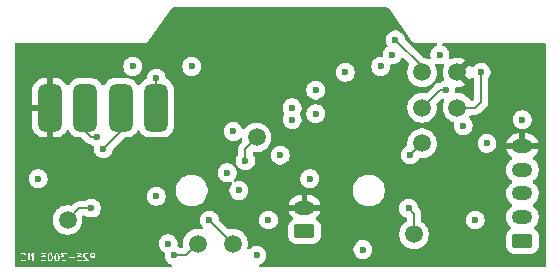
<source format=gbl>
%TF.GenerationSoftware,KiCad,Pcbnew,9.0.7+1*%
%TF.CreationDate,2026-03-09T21:54:16+00:00*%
%TF.ProjectId,Test_5,54657374-5f35-42e6-9b69-6361645f7063,NO_TAG+ (Unreleased)*%
%TF.SameCoordinates,Original*%
%TF.FileFunction,Copper,L4,Bot*%
%TF.FilePolarity,Positive*%
%FSLAX46Y46*%
G04 Gerber Fmt 4.6, Leading zero omitted, Abs format (unit mm)*
G04 Created by KiCad (PCBNEW 9.0.7+1) date 2026-03-09 21:54:16*
%MOMM*%
%LPD*%
G01*
G04 APERTURE LIST*
G04 Aperture macros list*
%AMRoundRect*
0 Rectangle with rounded corners*
0 $1 Rounding radius*
0 $2 $3 $4 $5 $6 $7 $8 $9 X,Y pos of 4 corners*
0 Add a 4 corners polygon primitive as box body*
4,1,4,$2,$3,$4,$5,$6,$7,$8,$9,$2,$3,0*
0 Add four circle primitives for the rounded corners*
1,1,$1+$1,$2,$3*
1,1,$1+$1,$4,$5*
1,1,$1+$1,$6,$7*
1,1,$1+$1,$8,$9*
0 Add four rect primitives between the rounded corners*
20,1,$1+$1,$2,$3,$4,$5,0*
20,1,$1+$1,$4,$5,$6,$7,0*
20,1,$1+$1,$6,$7,$8,$9,0*
20,1,$1+$1,$8,$9,$2,$3,0*%
G04 Aperture macros list end*
%ADD10C,0.100000*%
%TA.AperFunction,SMDPad,CuDef*%
%ADD11RoundRect,0.500000X0.500000X1.500000X-0.500000X1.500000X-0.500000X-1.500000X0.500000X-1.500000X0*%
%TD*%
%TA.AperFunction,SMDPad,CuDef*%
%ADD12C,1.500000*%
%TD*%
%TA.AperFunction,ComponentPad*%
%ADD13RoundRect,0.250000X0.625000X-0.350000X0.625000X0.350000X-0.625000X0.350000X-0.625000X-0.350000X0*%
%TD*%
%TA.AperFunction,ComponentPad*%
%ADD14O,1.750000X1.200000*%
%TD*%
%TA.AperFunction,ViaPad*%
%ADD15C,0.600000*%
%TD*%
%TA.AperFunction,Conductor*%
%ADD16C,0.200000*%
%TD*%
G04 APERTURE END LIST*
D10*
G36*
X3576019Y1608966D02*
G01*
X3593115Y1591869D01*
X3615604Y1546892D01*
X3641352Y1443903D01*
X3641352Y1313356D01*
X3615604Y1210367D01*
X3593115Y1165390D01*
X3576019Y1148293D01*
X3536691Y1128629D01*
X3503155Y1128629D01*
X3463827Y1148293D01*
X3446730Y1165391D01*
X3424241Y1210367D01*
X3398495Y1313355D01*
X3398495Y1443904D01*
X3424241Y1546892D01*
X3446730Y1591868D01*
X3463827Y1608966D01*
X3503155Y1628629D01*
X3536691Y1628629D01*
X3576019Y1608966D01*
G37*
G36*
X4147448Y1608966D02*
G01*
X4164544Y1591869D01*
X4187033Y1546892D01*
X4212781Y1443903D01*
X4212781Y1313356D01*
X4187033Y1210367D01*
X4164544Y1165390D01*
X4147448Y1148293D01*
X4108120Y1128629D01*
X4074584Y1128629D01*
X4035256Y1148293D01*
X4018159Y1165391D01*
X3995670Y1210367D01*
X3969924Y1313355D01*
X3969924Y1443904D01*
X3995670Y1546892D01*
X4018159Y1591868D01*
X4035256Y1608966D01*
X4074584Y1628629D01*
X4108120Y1628629D01*
X4147448Y1608966D01*
G37*
G36*
X7241353Y1414343D02*
G01*
X7074585Y1414343D01*
X7035257Y1434008D01*
X7018160Y1451104D01*
X6998496Y1490433D01*
X6998496Y1552540D01*
X7018160Y1591868D01*
X7035257Y1608966D01*
X7074585Y1628629D01*
X7241353Y1628629D01*
X7241353Y1414343D01*
G37*
G36*
X7408020Y961962D02*
G01*
X978490Y961962D01*
X978490Y1640620D01*
X1045157Y1640620D01*
X1045157Y1602352D01*
X1072217Y1575292D01*
X1110485Y1575292D01*
X1126706Y1586131D01*
X1146931Y1606357D01*
X1213750Y1628629D01*
X1254667Y1628629D01*
X1321485Y1606357D01*
X1364543Y1563298D01*
X1387032Y1518321D01*
X1412780Y1415331D01*
X1412780Y1341928D01*
X1387032Y1238938D01*
X1364543Y1193961D01*
X1321485Y1150902D01*
X1254667Y1128629D01*
X1213750Y1128629D01*
X1146931Y1150902D01*
X1126706Y1171127D01*
X1110485Y1181966D01*
X1072217Y1181966D01*
X1045157Y1154906D01*
X1045157Y1116638D01*
X1055996Y1100417D01*
X1084568Y1071845D01*
X1086649Y1070455D01*
X1087163Y1069427D01*
X1094128Y1065457D01*
X1100789Y1061006D01*
X1101937Y1061006D01*
X1104112Y1059766D01*
X1189825Y1031195D01*
X1197775Y1030193D01*
X1205637Y1028629D01*
X1262780Y1028629D01*
X1270642Y1030193D01*
X1278591Y1031195D01*
X1364305Y1059766D01*
X1366480Y1061006D01*
X1367628Y1061006D01*
X1374292Y1065460D01*
X1381253Y1069427D01*
X1381766Y1070454D01*
X1383849Y1071845D01*
X1440992Y1128987D01*
X1445448Y1135656D01*
X1450359Y1141983D01*
X1478930Y1199126D01*
X1480376Y1204409D01*
X1482715Y1209359D01*
X1511287Y1323645D01*
X1511584Y1329763D01*
X1512780Y1335772D01*
X1512780Y1421486D01*
X1511584Y1427496D01*
X1511287Y1433613D01*
X1482715Y1547899D01*
X1480376Y1552850D01*
X1478930Y1558132D01*
X1450359Y1615275D01*
X1445448Y1621603D01*
X1440992Y1628271D01*
X1390633Y1678629D01*
X1669922Y1678629D01*
X1669922Y1078629D01*
X1673728Y1059495D01*
X1678582Y1054641D01*
X1680390Y1048014D01*
X1691634Y1041589D01*
X1700788Y1032435D01*
X1707654Y1032435D01*
X1713616Y1029028D01*
X1726109Y1032435D01*
X1739056Y1032435D01*
X1743910Y1037290D01*
X1750537Y1039097D01*
X1763334Y1053822D01*
X2012779Y1490351D01*
X2012779Y1078629D01*
X2016585Y1059495D01*
X2043645Y1032435D01*
X2081913Y1032435D01*
X2108973Y1059495D01*
X2112779Y1078629D01*
X2112779Y1335772D01*
X2727066Y1335772D01*
X2727066Y1192915D01*
X2727554Y1190459D01*
X2727192Y1189371D01*
X2729308Y1181642D01*
X2730872Y1173781D01*
X2731682Y1172971D01*
X2732344Y1170555D01*
X2760916Y1113411D01*
X2765831Y1107077D01*
X2770282Y1100417D01*
X2798854Y1071845D01*
X2805513Y1067395D01*
X2811848Y1062479D01*
X2868991Y1033908D01*
X2871405Y1033247D01*
X2872217Y1032435D01*
X2880082Y1030871D01*
X2887807Y1028755D01*
X2888894Y1029118D01*
X2891351Y1028629D01*
X3034209Y1028629D01*
X3036665Y1029118D01*
X3037754Y1028755D01*
X3045481Y1030872D01*
X3053343Y1032435D01*
X3054154Y1033247D01*
X3056570Y1033908D01*
X3113712Y1062479D01*
X3120046Y1067395D01*
X3126706Y1071845D01*
X3155278Y1100417D01*
X3166117Y1116638D01*
X3166117Y1154906D01*
X3139057Y1181966D01*
X3100789Y1181966D01*
X3084568Y1171127D01*
X3061733Y1148293D01*
X3022406Y1128629D01*
X2903154Y1128629D01*
X2863826Y1148293D01*
X2846731Y1165388D01*
X2827066Y1204719D01*
X2827066Y1323969D01*
X2846729Y1363297D01*
X2863827Y1380395D01*
X2903154Y1400058D01*
X3022406Y1400058D01*
X3061732Y1380395D01*
X3084568Y1357559D01*
X3100789Y1346721D01*
X3103433Y1346722D01*
X3105481Y1345046D01*
X3122235Y1346722D01*
X3139058Y1346722D01*
X3140926Y1348591D01*
X3143559Y1348854D01*
X3154220Y1361885D01*
X3166117Y1373782D01*
X3166116Y1376426D01*
X3167792Y1378473D01*
X3169675Y1397890D01*
X3164458Y1450058D01*
X3298495Y1450058D01*
X3298495Y1307200D01*
X3299690Y1301191D01*
X3299988Y1295073D01*
X3328559Y1180789D01*
X3330898Y1175838D01*
X3332345Y1170554D01*
X3360917Y1113411D01*
X3365828Y1107083D01*
X3370282Y1100417D01*
X3398853Y1071845D01*
X3405517Y1067392D01*
X3411849Y1062478D01*
X3468992Y1033907D01*
X3471407Y1033246D01*
X3472218Y1032435D01*
X3480078Y1030872D01*
X3487808Y1028755D01*
X3488895Y1029118D01*
X3491352Y1028629D01*
X3548495Y1028629D01*
X3550951Y1029118D01*
X3552039Y1028755D01*
X3559768Y1030872D01*
X3567629Y1032435D01*
X3568439Y1033246D01*
X3570855Y1033907D01*
X3627999Y1062479D01*
X3634327Y1067391D01*
X3640994Y1071845D01*
X3669565Y1100417D01*
X3674019Y1107084D01*
X3678931Y1113412D01*
X3707502Y1170555D01*
X3708948Y1175838D01*
X3711287Y1180788D01*
X3739859Y1295072D01*
X3740156Y1301191D01*
X3741352Y1307200D01*
X3741352Y1450058D01*
X3869924Y1450058D01*
X3869924Y1307200D01*
X3871119Y1301191D01*
X3871417Y1295073D01*
X3899988Y1180789D01*
X3902327Y1175838D01*
X3903774Y1170554D01*
X3932346Y1113411D01*
X3937257Y1107083D01*
X3941711Y1100417D01*
X3970282Y1071845D01*
X3976946Y1067392D01*
X3983278Y1062478D01*
X4040421Y1033907D01*
X4042836Y1033246D01*
X4043647Y1032435D01*
X4051507Y1030872D01*
X4059237Y1028755D01*
X4060324Y1029118D01*
X4062781Y1028629D01*
X4119924Y1028629D01*
X4122380Y1029118D01*
X4123468Y1028755D01*
X4131197Y1030872D01*
X4139058Y1032435D01*
X4139868Y1033246D01*
X4142284Y1033907D01*
X4199428Y1062479D01*
X4205756Y1067391D01*
X4212423Y1071845D01*
X4240994Y1100417D01*
X4245448Y1107084D01*
X4250360Y1113412D01*
X4278931Y1170555D01*
X4280377Y1175838D01*
X4282716Y1180788D01*
X4311288Y1295072D01*
X4311585Y1301191D01*
X4312781Y1307200D01*
X4312781Y1335772D01*
X4441353Y1335772D01*
X4441353Y1192915D01*
X4441841Y1190459D01*
X4441479Y1189371D01*
X4443595Y1181642D01*
X4445159Y1173781D01*
X4445969Y1172971D01*
X4446631Y1170555D01*
X4475203Y1113411D01*
X4480118Y1107077D01*
X4484569Y1100417D01*
X4513141Y1071845D01*
X4519800Y1067395D01*
X4526135Y1062479D01*
X4583278Y1033908D01*
X4585692Y1033247D01*
X4586504Y1032435D01*
X4594369Y1030871D01*
X4602094Y1028755D01*
X4603181Y1029118D01*
X4605638Y1028629D01*
X4777067Y1028629D01*
X4779523Y1029118D01*
X4780611Y1028755D01*
X4788340Y1030872D01*
X4796201Y1032435D01*
X4797011Y1033246D01*
X4799427Y1033907D01*
X4856571Y1062479D01*
X4862899Y1067391D01*
X4869566Y1071845D01*
X4898137Y1100417D01*
X4908975Y1116638D01*
X4908974Y1154907D01*
X4881914Y1181966D01*
X4843646Y1181965D01*
X4827425Y1171127D01*
X4804591Y1148293D01*
X4765263Y1128629D01*
X4617441Y1128629D01*
X4578113Y1148293D01*
X4561018Y1165388D01*
X4541353Y1204719D01*
X4541353Y1323969D01*
X4542535Y1326334D01*
X5045159Y1326334D01*
X5045159Y1288066D01*
X5072219Y1261006D01*
X5091353Y1257200D01*
X5548495Y1257200D01*
X5567629Y1261006D01*
X5594689Y1288066D01*
X5594689Y1326334D01*
X5585251Y1335772D01*
X5755639Y1335772D01*
X5755639Y1192915D01*
X5756127Y1190459D01*
X5755765Y1189371D01*
X5757881Y1181642D01*
X5759445Y1173781D01*
X5760255Y1172971D01*
X5760917Y1170555D01*
X5789489Y1113411D01*
X5794404Y1107077D01*
X5798855Y1100417D01*
X5827427Y1071845D01*
X5834086Y1067395D01*
X5840421Y1062479D01*
X5897564Y1033908D01*
X5899978Y1033247D01*
X5900790Y1032435D01*
X5908655Y1030871D01*
X5916380Y1028755D01*
X5917467Y1029118D01*
X5919924Y1028629D01*
X6062782Y1028629D01*
X6065238Y1029118D01*
X6066327Y1028755D01*
X6074054Y1030872D01*
X6081916Y1032435D01*
X6082727Y1033247D01*
X6085143Y1033908D01*
X6142285Y1062479D01*
X6148619Y1067395D01*
X6155279Y1071845D01*
X6183851Y1100417D01*
X6194690Y1116638D01*
X6194690Y1154906D01*
X6167630Y1181966D01*
X6129362Y1181966D01*
X6113141Y1171127D01*
X6090306Y1148293D01*
X6050979Y1128629D01*
X5931727Y1128629D01*
X5892399Y1148293D01*
X5875304Y1165388D01*
X5855639Y1204719D01*
X5855639Y1323969D01*
X5875302Y1363297D01*
X5892400Y1380395D01*
X5931727Y1400058D01*
X6050979Y1400058D01*
X6090305Y1380395D01*
X6113141Y1357559D01*
X6129362Y1346721D01*
X6132006Y1346722D01*
X6134054Y1345046D01*
X6150808Y1346722D01*
X6167631Y1346722D01*
X6169499Y1348591D01*
X6172132Y1348854D01*
X6182793Y1361885D01*
X6194690Y1373782D01*
X6194689Y1376426D01*
X6196365Y1378473D01*
X6198248Y1397890D01*
X6181602Y1564343D01*
X6327068Y1564343D01*
X6327068Y1507200D01*
X6328631Y1499338D01*
X6329634Y1491389D01*
X6358205Y1405675D01*
X6359445Y1403500D01*
X6359445Y1402352D01*
X6363898Y1395688D01*
X6367866Y1388727D01*
X6368892Y1388214D01*
X6370284Y1386131D01*
X6627786Y1128629D01*
X6377068Y1128629D01*
X6357934Y1124823D01*
X6330874Y1097763D01*
X6330874Y1059495D01*
X6357934Y1032435D01*
X6377068Y1028629D01*
X6748496Y1028629D01*
X6767630Y1032435D01*
X6794690Y1059495D01*
X6794690Y1097763D01*
X6783851Y1113984D01*
X6449341Y1448494D01*
X6427068Y1515313D01*
X6427068Y1552540D01*
X6432969Y1564343D01*
X6898496Y1564343D01*
X6898496Y1478629D01*
X6898984Y1476173D01*
X6898622Y1475084D01*
X6900738Y1467357D01*
X6902302Y1459495D01*
X6903113Y1458684D01*
X6903775Y1456268D01*
X6932347Y1399125D01*
X6937262Y1392791D01*
X6941713Y1386131D01*
X6970283Y1357560D01*
X6976949Y1353106D01*
X6983278Y1348194D01*
X7040421Y1319622D01*
X7042836Y1318961D01*
X7043648Y1318149D01*
X7051509Y1316586D01*
X7059237Y1314469D01*
X7060325Y1314832D01*
X7062782Y1314343D01*
X7241353Y1314343D01*
X7241353Y1078629D01*
X7245159Y1059495D01*
X7272219Y1032435D01*
X7310487Y1032435D01*
X7337547Y1059495D01*
X7341353Y1078629D01*
X7341353Y1678629D01*
X7337547Y1697763D01*
X7310487Y1724823D01*
X7291353Y1728629D01*
X7062782Y1728629D01*
X7060325Y1728141D01*
X7059238Y1728503D01*
X7051508Y1726387D01*
X7043648Y1724823D01*
X7042837Y1724013D01*
X7040422Y1723351D01*
X6983279Y1694780D01*
X6976947Y1689867D01*
X6970283Y1685413D01*
X6941712Y1656841D01*
X6937258Y1650176D01*
X6932347Y1643847D01*
X6903775Y1586704D01*
X6903113Y1584289D01*
X6902302Y1583477D01*
X6900738Y1575616D01*
X6898622Y1567888D01*
X6898984Y1566800D01*
X6898496Y1564343D01*
X6432969Y1564343D01*
X6446733Y1591871D01*
X6463828Y1608965D01*
X6503156Y1628629D01*
X6622408Y1628629D01*
X6661735Y1608966D01*
X6684570Y1586131D01*
X6700791Y1575292D01*
X6739059Y1575292D01*
X6766119Y1602352D01*
X6766119Y1640620D01*
X6755280Y1656841D01*
X6726708Y1685413D01*
X6720048Y1689864D01*
X6713714Y1694779D01*
X6656572Y1723350D01*
X6654156Y1724012D01*
X6653345Y1724823D01*
X6645483Y1726387D01*
X6637756Y1728503D01*
X6636667Y1728141D01*
X6634211Y1728629D01*
X6491353Y1728629D01*
X6488896Y1728141D01*
X6487809Y1728503D01*
X6480084Y1726388D01*
X6472219Y1724823D01*
X6471407Y1724012D01*
X6468993Y1723350D01*
X6411850Y1694779D01*
X6405515Y1689864D01*
X6398856Y1685413D01*
X6370284Y1656841D01*
X6365833Y1650182D01*
X6360918Y1643847D01*
X6332346Y1586703D01*
X6331684Y1584288D01*
X6330874Y1583477D01*
X6329310Y1575617D01*
X6327194Y1567887D01*
X6327556Y1566800D01*
X6327068Y1564343D01*
X6181602Y1564343D01*
X6169676Y1683604D01*
X6166118Y1695271D01*
X6166118Y1697763D01*
X6165024Y1698857D01*
X6163985Y1702265D01*
X6150957Y1712924D01*
X6139058Y1724823D01*
X6135563Y1725519D01*
X6134366Y1726498D01*
X6131884Y1726250D01*
X6119924Y1728629D01*
X5834210Y1728629D01*
X5815076Y1724823D01*
X5788016Y1697763D01*
X5788016Y1659495D01*
X5815076Y1632435D01*
X5834210Y1628629D01*
X6074675Y1628629D01*
X6088213Y1493244D01*
X6085143Y1494779D01*
X6082727Y1495441D01*
X6081916Y1496252D01*
X6074054Y1497816D01*
X6066327Y1499932D01*
X6065238Y1499570D01*
X6062782Y1500058D01*
X5919924Y1500058D01*
X5917467Y1499570D01*
X5916379Y1499932D01*
X5908651Y1497816D01*
X5900790Y1496252D01*
X5899978Y1495441D01*
X5897563Y1494779D01*
X5840421Y1466207D01*
X5834092Y1461296D01*
X5827427Y1456842D01*
X5798855Y1428271D01*
X5794400Y1421605D01*
X5789489Y1415276D01*
X5760917Y1358132D01*
X5760255Y1355717D01*
X5759445Y1354906D01*
X5757881Y1347046D01*
X5755765Y1339316D01*
X5756127Y1338229D01*
X5755639Y1335772D01*
X5585251Y1335772D01*
X5567629Y1353394D01*
X5548495Y1357200D01*
X5091353Y1357200D01*
X5072219Y1353394D01*
X5045159Y1326334D01*
X4542535Y1326334D01*
X4561016Y1363297D01*
X4578114Y1380395D01*
X4617441Y1400058D01*
X4691353Y1400058D01*
X4705299Y1402833D01*
X4707372Y1402694D01*
X4708186Y1403407D01*
X4710487Y1403864D01*
X4722927Y1416305D01*
X4736172Y1427893D01*
X4736290Y1429668D01*
X4737547Y1430924D01*
X4737547Y1448523D01*
X4738717Y1466077D01*
X4737547Y1468109D01*
X4737547Y1469192D01*
X4736076Y1470663D01*
X4728982Y1482983D01*
X4601542Y1628629D01*
X4862781Y1628629D01*
X4881915Y1632435D01*
X4908975Y1659495D01*
X4908975Y1697763D01*
X4881915Y1724823D01*
X4862781Y1728629D01*
X4491353Y1728629D01*
X4477406Y1725855D01*
X4475334Y1725993D01*
X4474519Y1725281D01*
X4472219Y1724823D01*
X4459778Y1712383D01*
X4446534Y1700794D01*
X4446415Y1699020D01*
X4445159Y1697763D01*
X4445159Y1680165D01*
X4443989Y1662610D01*
X4445159Y1660579D01*
X4445159Y1659495D01*
X4446629Y1658025D01*
X4453724Y1645704D01*
X4585299Y1495333D01*
X4583277Y1494779D01*
X4526135Y1466207D01*
X4519806Y1461296D01*
X4513141Y1456842D01*
X4484569Y1428271D01*
X4480114Y1421605D01*
X4475203Y1415276D01*
X4446631Y1358132D01*
X4445969Y1355717D01*
X4445159Y1354906D01*
X4443595Y1347046D01*
X4441479Y1339316D01*
X4441841Y1338229D01*
X4441353Y1335772D01*
X4312781Y1335772D01*
X4312781Y1450058D01*
X4311585Y1456068D01*
X4311288Y1462186D01*
X4282716Y1576470D01*
X4280377Y1581421D01*
X4278931Y1586703D01*
X4250360Y1643846D01*
X4245448Y1650175D01*
X4240994Y1656841D01*
X4212423Y1685413D01*
X4205756Y1689868D01*
X4199428Y1694779D01*
X4142284Y1723351D01*
X4139868Y1724013D01*
X4139058Y1724823D01*
X4131197Y1726387D01*
X4123468Y1728503D01*
X4122380Y1728141D01*
X4119924Y1728629D01*
X4062781Y1728629D01*
X4060324Y1728141D01*
X4059237Y1728503D01*
X4051507Y1726387D01*
X4043647Y1724823D01*
X4042836Y1724013D01*
X4040421Y1723351D01*
X3983278Y1694780D01*
X3976946Y1689867D01*
X3970282Y1685413D01*
X3941711Y1656841D01*
X3937257Y1650176D01*
X3932346Y1643847D01*
X3903774Y1586704D01*
X3902327Y1581421D01*
X3899988Y1576469D01*
X3871417Y1462185D01*
X3871119Y1456068D01*
X3869924Y1450058D01*
X3741352Y1450058D01*
X3740156Y1456068D01*
X3739859Y1462186D01*
X3711287Y1576470D01*
X3708948Y1581421D01*
X3707502Y1586703D01*
X3678931Y1643846D01*
X3674019Y1650175D01*
X3669565Y1656841D01*
X3640994Y1685413D01*
X3634327Y1689868D01*
X3627999Y1694779D01*
X3570855Y1723351D01*
X3568439Y1724013D01*
X3567629Y1724823D01*
X3559768Y1726387D01*
X3552039Y1728503D01*
X3550951Y1728141D01*
X3548495Y1728629D01*
X3491352Y1728629D01*
X3488895Y1728141D01*
X3487808Y1728503D01*
X3480078Y1726387D01*
X3472218Y1724823D01*
X3471407Y1724013D01*
X3468992Y1723351D01*
X3411849Y1694780D01*
X3405517Y1689867D01*
X3398853Y1685413D01*
X3370282Y1656841D01*
X3365828Y1650176D01*
X3360917Y1643847D01*
X3332345Y1586704D01*
X3330898Y1581421D01*
X3328559Y1576469D01*
X3299988Y1462185D01*
X3299690Y1456068D01*
X3298495Y1450058D01*
X3164458Y1450058D01*
X3141103Y1683604D01*
X3137545Y1695271D01*
X3137545Y1697763D01*
X3136451Y1698857D01*
X3135412Y1702265D01*
X3122384Y1712924D01*
X3110485Y1724823D01*
X3106990Y1725519D01*
X3105793Y1726498D01*
X3103311Y1726250D01*
X3091351Y1728629D01*
X2805637Y1728629D01*
X2786503Y1724823D01*
X2759443Y1697763D01*
X2759443Y1659495D01*
X2786503Y1632435D01*
X2805637Y1628629D01*
X3046102Y1628629D01*
X3059640Y1493244D01*
X3056570Y1494779D01*
X3054154Y1495441D01*
X3053343Y1496252D01*
X3045481Y1497816D01*
X3037754Y1499932D01*
X3036665Y1499570D01*
X3034209Y1500058D01*
X2891351Y1500058D01*
X2888894Y1499570D01*
X2887806Y1499932D01*
X2880078Y1497816D01*
X2872217Y1496252D01*
X2871405Y1495441D01*
X2868990Y1494779D01*
X2811848Y1466207D01*
X2805519Y1461296D01*
X2798854Y1456842D01*
X2770282Y1428271D01*
X2765827Y1421605D01*
X2760916Y1415276D01*
X2732344Y1358132D01*
X2731682Y1355717D01*
X2730872Y1354906D01*
X2729308Y1347046D01*
X2727192Y1339316D01*
X2727554Y1338229D01*
X2727066Y1335772D01*
X2112779Y1335772D01*
X2112779Y1678629D01*
X2108973Y1697763D01*
X2104118Y1702618D01*
X2102311Y1709244D01*
X2091066Y1715670D01*
X2081913Y1724823D01*
X2075047Y1724823D01*
X2069085Y1728230D01*
X2056593Y1724823D01*
X2043645Y1724823D01*
X2038789Y1719968D01*
X2032165Y1718161D01*
X2019367Y1703436D01*
X1769922Y1266908D01*
X1769922Y1678629D01*
X1766116Y1697763D01*
X1739056Y1724823D01*
X1700788Y1724823D01*
X1673728Y1697763D01*
X1669922Y1678629D01*
X1390633Y1678629D01*
X1383849Y1685413D01*
X1381766Y1686805D01*
X1381253Y1687831D01*
X1374292Y1691799D01*
X1367628Y1696252D01*
X1366480Y1696252D01*
X1364305Y1697492D01*
X1278591Y1726063D01*
X1270642Y1727066D01*
X1262780Y1728629D01*
X1205637Y1728629D01*
X1197775Y1727066D01*
X1189825Y1726063D01*
X1104112Y1697492D01*
X1101937Y1696252D01*
X1100789Y1696252D01*
X1094128Y1691802D01*
X1087163Y1687831D01*
X1086649Y1686804D01*
X1084568Y1685413D01*
X1055996Y1656841D01*
X1045157Y1640620D01*
X978490Y1640620D01*
X978490Y1795296D01*
X7408020Y1795296D01*
X7408020Y961962D01*
G37*
D11*
%TO.P,TP12,1,1*%
%TO.N,GND*%
X3500000Y14000000D03*
%TD*%
D12*
%TO.P,TP1,1,1*%
%TO.N,Net-(U1A--)*%
X5000000Y4500000D03*
%TD*%
D13*
%TO.P,J2,1,Pin_1*%
%TO.N,VBUS*%
X43500000Y2750000D03*
D14*
%TO.P,J2,2,Pin_2*%
%TO.N,/Project Architecture/Power and Interface/CHARGE_LED_IO*%
X43500000Y4750000D03*
%TO.P,J2,3,Pin_3*%
%TO.N,/Project Architecture/Power and Interface/PAIR_LED_IO*%
X43500000Y6750000D03*
%TO.P,J2,4,Pin_4*%
%TO.N,/Project Architecture/BLE Controller/~{PAIR_SW}*%
X43500000Y8750000D03*
%TO.P,J2,5,Pin_5*%
%TO.N,GND*%
X43500000Y10750000D03*
%TD*%
D12*
%TO.P,TP8,1,1*%
%TO.N,+3.3V*%
X38000000Y14000000D03*
%TD*%
%TO.P,TP3,1,1*%
%TO.N,Net-(J1-Pin_1)*%
X16000000Y2500000D03*
%TD*%
%TO.P,TP10,1,1*%
%TO.N,/Project Architecture/Power and Interface/SWDIO*%
X35000000Y17000000D03*
%TD*%
%TO.P,TP7,1,1*%
%TO.N,/Project Architecture/Power and Interface/SWDCLK*%
X35000000Y14000000D03*
%TD*%
D11*
%TO.P,TP14,1,1*%
%TO.N,/Project Architecture/Load Cell Amp/SIG-*%
X9500000Y14000000D03*
%TD*%
%TO.P,TP13,1,1*%
%TO.N,/Project Architecture/Load Cell Amp/SIG+*%
X6500000Y14000000D03*
%TD*%
D12*
%TO.P,TP6,1,1*%
%TO.N,/Project Architecture/Power and Interface/~{RESET}*%
X35000000Y11000000D03*
%TD*%
%TO.P,TP9,1,1*%
%TO.N,GND*%
X38000000Y17000000D03*
%TD*%
%TO.P,TP2,1,1*%
%TO.N,/Project Architecture/BLE Controller/LOAD_CELL*%
X21000000Y11500000D03*
%TD*%
%TO.P,TP4,1,1*%
%TO.N,/Project Architecture/BLE Controller/~{BATT_INT}*%
X19000000Y2500000D03*
%TD*%
D11*
%TO.P,TP11,1,1*%
%TO.N,/Project Architecture/Load Cell Amp/EXC+*%
X12500000Y14000000D03*
%TD*%
D13*
%TO.P,J1,1,Pin_1*%
%TO.N,Net-(J1-Pin_1)*%
X25050000Y3550000D03*
D14*
%TO.P,J1,2,Pin_2*%
%TO.N,GND*%
X25050000Y5550000D03*
%TD*%
D12*
%TO.P,TP5,1,1*%
%TO.N,/Project Architecture/Power and Interface/STAT*%
X34324797Y3291770D03*
%TD*%
D15*
%TO.N,GND*%
X17500000Y21000000D03*
X20000000Y21000000D03*
X29500000Y15000000D03*
X24000000Y21000000D03*
X21500000Y20500000D03*
X23000000Y22000000D03*
X12500000Y5000000D03*
X31000000Y3000000D03*
X17000000Y13000000D03*
X29500000Y13500000D03*
X28500000Y12500000D03*
X25000000Y21000000D03*
X28500000Y10500000D03*
X17000000Y11000000D03*
X25000000Y22000000D03*
X23000000Y21000000D03*
X17500000Y12500000D03*
X20500000Y20500000D03*
X29500000Y11500000D03*
X17500000Y22000000D03*
X28500000Y22000000D03*
X37500000Y2500000D03*
X17500000Y11500000D03*
X19500000Y20500000D03*
X22500000Y20500000D03*
X17000000Y21500000D03*
X9500000Y1500000D03*
X29500000Y10500000D03*
X24500000Y21500000D03*
X14000000Y3500000D03*
X28500000Y11500000D03*
X19000000Y21000000D03*
X25500000Y21500000D03*
X19500000Y21500000D03*
X29000000Y13000000D03*
X24500000Y20500000D03*
X28500000Y13500000D03*
X19000000Y22000000D03*
X27500000Y10500000D03*
X23500000Y21500000D03*
X7000000Y4525000D03*
X26000000Y22000000D03*
X15000000Y14000000D03*
X16500000Y22000000D03*
X29500000Y12500000D03*
X35500000Y6500000D03*
X29000000Y11000000D03*
X25500000Y20500000D03*
X29000000Y12000000D03*
X6975000Y10525000D03*
X17000000Y12000000D03*
X17500000Y10500000D03*
X9500000Y3000000D03*
X18500000Y10500000D03*
X29000000Y14000000D03*
X23500000Y20500000D03*
X8000000Y4525000D03*
X16500000Y21000000D03*
X24000000Y22000000D03*
X20000000Y22000000D03*
%TO.N,+3.3V*%
X2500000Y8000000D03*
X40000000Y17000000D03*
X31500000Y17500000D03*
X23000000Y10000000D03*
X12500000Y6500000D03*
X15500000Y17500000D03*
X39500000Y4500000D03*
X40500000Y11000000D03*
X21000000Y1500000D03*
X10500000Y17500000D03*
%TO.N,VDD*%
X30000000Y2000000D03*
X25500000Y8000000D03*
X13500000Y2500000D03*
X38500000Y12500000D03*
%TO.N,Net-(J1-Pin_1)*%
X14000000Y1500000D03*
%TO.N,/Project Architecture/Power and Interface/PAIR_LED_IO*%
X43500000Y13000000D03*
%TO.N,/Project Architecture/BLE Controller/~{PAIR_SW}*%
X28500000Y17000000D03*
%TO.N,/Project Architecture/Power and Interface/SWDIO*%
X32750000Y19750000D03*
%TO.N,/Project Architecture/Power and Interface/SWDCLK*%
X37000000Y15500000D03*
%TO.N,/Project Architecture/Power and Interface/~{RESET}*%
X33995000Y10005000D03*
X26000000Y15500000D03*
%TO.N,/Project Architecture/Load Cell Amp/EXC+*%
X12500000Y16500000D03*
%TO.N,/Project Architecture/Power and Interface/STAT*%
X26000000Y13500000D03*
X33862500Y5500000D03*
%TO.N,/Project Architecture/BLE Controller/~{PAIR_LED}*%
X32500000Y18500000D03*
X36500000Y18500000D03*
%TO.N,Net-(U1A--)*%
X7000000Y5500000D03*
%TO.N,/Project Architecture/BLE Controller/LOAD_CELL*%
X20050000Y9500000D03*
%TO.N,/Project Architecture/BLE Controller/SDA*%
X24000000Y14000000D03*
X19500000Y7000000D03*
%TO.N,/Project Architecture/BLE Controller/SCL*%
X24000000Y13000000D03*
X22000000Y4500000D03*
%TO.N,/Project Architecture/BLE Controller/~{BATT_INT}*%
X19000000Y12000000D03*
X17000000Y4500000D03*
X18500000Y8500000D03*
%TO.N,/Project Architecture/Load Cell Amp/SIG-*%
X8025000Y10525000D03*
%TO.N,/Project Architecture/Load Cell Amp/SIG+*%
X7500000Y11500000D03*
%TD*%
D16*
%TO.N,+3.3V*%
X38000000Y14000000D02*
X39500000Y14000000D01*
X39500000Y14000000D02*
X40000000Y14500000D01*
X40000000Y14500000D02*
X40000000Y17000000D01*
%TO.N,Net-(J1-Pin_1)*%
X15000000Y1500000D02*
X14000000Y1500000D01*
X16000000Y2500000D02*
X15000000Y1500000D01*
%TO.N,/Project Architecture/Power and Interface/SWDIO*%
X35000000Y17500000D02*
X32750000Y19750000D01*
X35000000Y17000000D02*
X35000000Y17500000D01*
%TO.N,/Project Architecture/Power and Interface/SWDCLK*%
X37000000Y15500000D02*
X36500000Y15500000D01*
X36500000Y15500000D02*
X35000000Y14000000D01*
%TO.N,/Project Architecture/Power and Interface/~{RESET}*%
X33995000Y10005000D02*
X34005000Y10005000D01*
X34005000Y10005000D02*
X35000000Y11000000D01*
%TO.N,/Project Architecture/Load Cell Amp/EXC+*%
X12500000Y16500000D02*
X12500000Y14000000D01*
%TO.N,/Project Architecture/Power and Interface/STAT*%
X33862500Y5500000D02*
X34324797Y5037703D01*
X34324797Y5037703D02*
X34324797Y3291770D01*
%TO.N,Net-(U1A--)*%
X6000000Y5500000D02*
X5000000Y4500000D01*
X7000000Y5500000D02*
X6000000Y5500000D01*
%TO.N,/Project Architecture/BLE Controller/LOAD_CELL*%
X20050000Y10550000D02*
X21000000Y11500000D01*
X20050000Y9500000D02*
X20050000Y10550000D01*
%TO.N,/Project Architecture/BLE Controller/~{BATT_INT}*%
X19000000Y2500000D02*
X17000000Y4500000D01*
%TO.N,/Project Architecture/Load Cell Amp/SIG-*%
X9500000Y14000000D02*
X9500000Y12000000D01*
X9500000Y12000000D02*
X8025000Y10525000D01*
%TO.N,/Project Architecture/Load Cell Amp/SIG+*%
X7000000Y11500000D02*
X6500000Y12000000D01*
X7500000Y11500000D02*
X7000000Y11500000D01*
X6500000Y14000000D02*
X6500000Y12000000D01*
%TD*%
%TA.AperFunction,Conductor*%
%TO.N,GND*%
G36*
X32141540Y22480315D02*
G01*
X32176086Y22447109D01*
X34008872Y19828842D01*
X34077462Y19730857D01*
X34099500Y19692686D01*
X34115104Y19677082D01*
X34121330Y19668188D01*
X34121329Y19668188D01*
X34127759Y19659003D01*
X34127760Y19659002D01*
X34127761Y19659001D01*
X34161522Y19630664D01*
X34192686Y19599500D01*
X34211792Y19588469D01*
X34220105Y19581492D01*
X34220113Y19581486D01*
X34228699Y19574279D01*
X34228700Y19574279D01*
X34228702Y19574277D01*
X34268646Y19555645D01*
X34306814Y19533608D01*
X34328132Y19527896D01*
X34348131Y19518567D01*
X34348132Y19518567D01*
X34348134Y19518566D01*
X34386216Y19511846D01*
X34386219Y19511846D01*
X34391539Y19510908D01*
X34434108Y19499500D01*
X34456173Y19499500D01*
X34477910Y19495664D01*
X34516444Y19499030D01*
X34527234Y19499500D01*
X36197810Y19499500D01*
X36264849Y19479815D01*
X36310604Y19427011D01*
X36320548Y19357853D01*
X36291523Y19294297D01*
X36245262Y19260939D01*
X36120827Y19209398D01*
X36120814Y19209391D01*
X35989711Y19121790D01*
X35989707Y19121787D01*
X35878213Y19010293D01*
X35878210Y19010289D01*
X35790609Y18879186D01*
X35790602Y18879173D01*
X35730264Y18733502D01*
X35730261Y18733490D01*
X35699500Y18578847D01*
X35699500Y18421154D01*
X35731451Y18260528D01*
X35730145Y18260269D01*
X35730701Y18197216D01*
X35693445Y18138108D01*
X35630147Y18108525D01*
X35560904Y18117860D01*
X35555137Y18120613D01*
X35530168Y18133335D01*
X35480029Y18158883D01*
X35292826Y18219710D01*
X35138588Y18244138D01*
X35075453Y18274067D01*
X35070305Y18278930D01*
X33584573Y19764663D01*
X33551088Y19825986D01*
X33550637Y19828153D01*
X33519738Y19983490D01*
X33519737Y19983497D01*
X33485608Y20065892D01*
X33459397Y20129173D01*
X33459390Y20129186D01*
X33371789Y20260289D01*
X33371786Y20260293D01*
X33260292Y20371787D01*
X33260288Y20371790D01*
X33129185Y20459391D01*
X33129172Y20459398D01*
X32983501Y20519736D01*
X32983489Y20519739D01*
X32828845Y20550500D01*
X32828842Y20550500D01*
X32671158Y20550500D01*
X32671155Y20550500D01*
X32516510Y20519739D01*
X32516498Y20519736D01*
X32370827Y20459398D01*
X32370814Y20459391D01*
X32239711Y20371790D01*
X32239707Y20371787D01*
X32128213Y20260293D01*
X32128210Y20260289D01*
X32040609Y20129186D01*
X32040602Y20129173D01*
X31980264Y19983502D01*
X31980261Y19983490D01*
X31949500Y19828847D01*
X31949500Y19671154D01*
X31980261Y19516511D01*
X31980264Y19516499D01*
X32040602Y19370828D01*
X32040609Y19370815D01*
X32071043Y19325268D01*
X32091921Y19258591D01*
X32073437Y19191210D01*
X32036832Y19153275D01*
X31989711Y19121790D01*
X31989707Y19121787D01*
X31878213Y19010293D01*
X31878210Y19010289D01*
X31790609Y18879186D01*
X31790602Y18879173D01*
X31730264Y18733502D01*
X31730261Y18733490D01*
X31699500Y18578847D01*
X31699500Y18424500D01*
X31679815Y18357461D01*
X31627011Y18311706D01*
X31575500Y18300500D01*
X31421155Y18300500D01*
X31266510Y18269739D01*
X31266498Y18269736D01*
X31120827Y18209398D01*
X31120814Y18209391D01*
X30989711Y18121790D01*
X30989707Y18121787D01*
X30878213Y18010293D01*
X30878210Y18010289D01*
X30790609Y17879186D01*
X30790602Y17879173D01*
X30730264Y17733502D01*
X30730261Y17733490D01*
X30699500Y17578847D01*
X30699500Y17421154D01*
X30730261Y17266511D01*
X30730264Y17266499D01*
X30790602Y17120828D01*
X30790609Y17120815D01*
X30878210Y16989712D01*
X30878213Y16989708D01*
X30989707Y16878214D01*
X30989711Y16878211D01*
X31120814Y16790610D01*
X31120827Y16790603D01*
X31253756Y16735543D01*
X31266503Y16730263D01*
X31421153Y16699501D01*
X31421156Y16699500D01*
X31421158Y16699500D01*
X31578844Y16699500D01*
X31578845Y16699501D01*
X31733497Y16730263D01*
X31879179Y16790606D01*
X32010289Y16878211D01*
X32121789Y16989711D01*
X32209394Y17120821D01*
X32269737Y17266503D01*
X32300500Y17421158D01*
X32300500Y17575500D01*
X32320185Y17642539D01*
X32372989Y17688294D01*
X32424500Y17699500D01*
X32578844Y17699500D01*
X32578845Y17699501D01*
X32733497Y17730263D01*
X32879179Y17790606D01*
X33010289Y17878211D01*
X33121789Y17989711D01*
X33209394Y18120821D01*
X33232263Y18176033D01*
X33276101Y18230434D01*
X33342395Y18252500D01*
X33410094Y18235222D01*
X33434504Y18216260D01*
X33888672Y17762092D01*
X33922157Y17700769D01*
X33917173Y17631077D01*
X33911476Y17618117D01*
X33841118Y17480033D01*
X33780290Y17292827D01*
X33749500Y17098423D01*
X33749500Y16901578D01*
X33780290Y16707174D01*
X33841117Y16519971D01*
X33910588Y16383627D01*
X33930476Y16344595D01*
X34046172Y16185354D01*
X34185354Y16046172D01*
X34344595Y15930476D01*
X34423016Y15890519D01*
X34519970Y15841118D01*
X34519972Y15841118D01*
X34519975Y15841116D01*
X34620317Y15808513D01*
X34707173Y15780291D01*
X34901578Y15749500D01*
X34901583Y15749500D01*
X35098422Y15749500D01*
X35292826Y15780291D01*
X35294328Y15780779D01*
X35480025Y15841116D01*
X35655405Y15930476D01*
X35814646Y16046172D01*
X35953828Y16185354D01*
X36069524Y16344595D01*
X36158884Y16519975D01*
X36219709Y16707174D01*
X36232923Y16790603D01*
X36250500Y16901578D01*
X36250500Y17098423D01*
X36219709Y17292827D01*
X36178012Y17421154D01*
X36158884Y17480025D01*
X36158881Y17480029D01*
X36158881Y17480032D01*
X36120618Y17555126D01*
X36107721Y17623795D01*
X36133997Y17688536D01*
X36191103Y17728794D01*
X36260908Y17731786D01*
X36266292Y17730305D01*
X36421153Y17699501D01*
X36421156Y17699500D01*
X36421158Y17699500D01*
X36578844Y17699500D01*
X36578845Y17699501D01*
X36654162Y17714483D01*
X36733483Y17730260D01*
X36733485Y17730261D01*
X36733497Y17730263D01*
X36733507Y17730268D01*
X36733550Y17730280D01*
X36733586Y17730281D01*
X36739472Y17731451D01*
X36739693Y17730336D01*
X36803417Y17730913D01*
X36862535Y17693672D01*
X36892134Y17630382D01*
X36882817Y17561136D01*
X36880046Y17555330D01*
X36841582Y17479839D01*
X36780778Y17292706D01*
X36750000Y17098383D01*
X36750000Y16901618D01*
X36780778Y16707295D01*
X36841582Y16520162D01*
X36876161Y16452296D01*
X36889057Y16383627D01*
X36862780Y16318887D01*
X36805674Y16278630D01*
X36789868Y16274385D01*
X36766508Y16269739D01*
X36766498Y16269736D01*
X36620827Y16209398D01*
X36620814Y16209391D01*
X36489125Y16121398D01*
X36428874Y16102533D01*
X36429002Y16101561D01*
X36423427Y16100827D01*
X36422447Y16100520D01*
X36420996Y16100507D01*
X36420940Y16100500D01*
X36380019Y16089536D01*
X36380019Y16089535D01*
X36342751Y16079549D01*
X36268214Y16059577D01*
X36268209Y16059574D01*
X36131290Y15980525D01*
X36131282Y15980519D01*
X36019478Y15868714D01*
X35404532Y15253769D01*
X35343209Y15220284D01*
X35297453Y15218977D01*
X35098422Y15250500D01*
X35098417Y15250500D01*
X34901583Y15250500D01*
X34901578Y15250500D01*
X34707173Y15219710D01*
X34519970Y15158883D01*
X34344594Y15069524D01*
X34253741Y15003515D01*
X34185354Y14953828D01*
X34185352Y14953826D01*
X34185351Y14953826D01*
X34046174Y14814649D01*
X34046174Y14814648D01*
X34046172Y14814646D01*
X34035603Y14800099D01*
X33930476Y14655406D01*
X33841117Y14480030D01*
X33780290Y14292827D01*
X33749500Y14098423D01*
X33749500Y13901578D01*
X33780290Y13707174D01*
X33841117Y13519971D01*
X33912855Y13379178D01*
X33930476Y13344595D01*
X34046172Y13185354D01*
X34185354Y13046172D01*
X34344595Y12930476D01*
X34362883Y12921158D01*
X34519970Y12841118D01*
X34519972Y12841118D01*
X34519975Y12841116D01*
X34620317Y12808513D01*
X34707173Y12780291D01*
X34901578Y12749500D01*
X34901583Y12749500D01*
X35098422Y12749500D01*
X35292826Y12780291D01*
X35324584Y12790610D01*
X35480025Y12841116D01*
X35655405Y12930476D01*
X35814646Y13046172D01*
X35953828Y13185354D01*
X36069524Y13344595D01*
X36158884Y13519975D01*
X36219709Y13707174D01*
X36229618Y13769739D01*
X36250500Y13901578D01*
X36250500Y14098422D01*
X36236609Y14186118D01*
X36219709Y14292826D01*
X36219707Y14292832D01*
X36218975Y14297454D01*
X36227929Y14366748D01*
X36253764Y14404531D01*
X36575685Y14726452D01*
X36589794Y14734156D01*
X36600832Y14745847D01*
X36619828Y14750556D01*
X36637006Y14759935D01*
X36653802Y14758977D01*
X36668649Y14762656D01*
X36696235Y14756555D01*
X36703338Y14756149D01*
X36707111Y14754865D01*
X36766503Y14730263D01*
X36797390Y14724119D01*
X36805140Y14721480D01*
X36827272Y14705885D01*
X36851267Y14693334D01*
X36855410Y14686058D01*
X36862255Y14681235D01*
X36872443Y14656148D01*
X36885842Y14632618D01*
X36885393Y14624257D01*
X36888544Y14616500D01*
X36883552Y14589889D01*
X36882103Y14562849D01*
X36875663Y14547835D01*
X36875662Y14547828D01*
X36875659Y14547825D01*
X36875651Y14547806D01*
X36841118Y14480033D01*
X36780290Y14292827D01*
X36749500Y14098423D01*
X36749500Y13901578D01*
X36780290Y13707174D01*
X36841117Y13519971D01*
X36912855Y13379178D01*
X36930476Y13344595D01*
X37046172Y13185354D01*
X37185354Y13046172D01*
X37344595Y12930476D01*
X37519975Y12841116D01*
X37632808Y12804454D01*
X37690483Y12765018D01*
X37717681Y12700659D01*
X37716107Y12662334D01*
X37699500Y12578842D01*
X37699500Y12421154D01*
X37730261Y12266511D01*
X37730264Y12266499D01*
X37790602Y12120828D01*
X37790609Y12120815D01*
X37878210Y11989712D01*
X37878213Y11989708D01*
X37989707Y11878214D01*
X37989711Y11878211D01*
X38120814Y11790610D01*
X38120827Y11790603D01*
X38258695Y11733497D01*
X38266503Y11730263D01*
X38421153Y11699501D01*
X38421156Y11699500D01*
X38421158Y11699500D01*
X38578844Y11699500D01*
X38578845Y11699501D01*
X38733497Y11730263D01*
X38879179Y11790606D01*
X39010289Y11878211D01*
X39121789Y11989711D01*
X39209394Y12120821D01*
X39269737Y12266503D01*
X39300500Y12421158D01*
X39300500Y12578842D01*
X39300500Y12578845D01*
X39300499Y12578847D01*
X39284579Y12658883D01*
X39269737Y12733497D01*
X39269735Y12733502D01*
X39209397Y12879173D01*
X39209390Y12879186D01*
X39124698Y13005935D01*
X39121789Y13010289D01*
X39053231Y13078847D01*
X42699500Y13078847D01*
X42699500Y12921154D01*
X42730261Y12766511D01*
X42730264Y12766499D01*
X42790602Y12620828D01*
X42790609Y12620815D01*
X42878210Y12489712D01*
X42878213Y12489708D01*
X42989707Y12378214D01*
X42989711Y12378211D01*
X43120814Y12290610D01*
X43120827Y12290603D01*
X43217646Y12250500D01*
X43266503Y12230263D01*
X43388742Y12205948D01*
X43421153Y12199501D01*
X43421156Y12199500D01*
X43421158Y12199500D01*
X43578844Y12199500D01*
X43578845Y12199501D01*
X43733497Y12230263D01*
X43879179Y12290606D01*
X44010289Y12378211D01*
X44121789Y12489711D01*
X44209394Y12620821D01*
X44269737Y12766503D01*
X44300500Y12921158D01*
X44300500Y13078842D01*
X44300500Y13078845D01*
X44300499Y13078847D01*
X44291957Y13121789D01*
X44269737Y13233497D01*
X44268134Y13237368D01*
X44209397Y13379173D01*
X44209390Y13379186D01*
X44121789Y13510289D01*
X44121786Y13510293D01*
X44010292Y13621787D01*
X44010288Y13621790D01*
X43879185Y13709391D01*
X43879172Y13709398D01*
X43733501Y13769736D01*
X43733489Y13769739D01*
X43578845Y13800500D01*
X43578842Y13800500D01*
X43421158Y13800500D01*
X43421155Y13800500D01*
X43266510Y13769739D01*
X43266498Y13769736D01*
X43120827Y13709398D01*
X43120814Y13709391D01*
X42989711Y13621790D01*
X42989707Y13621787D01*
X42878213Y13510293D01*
X42878210Y13510289D01*
X42790609Y13379186D01*
X42790602Y13379173D01*
X42730264Y13233502D01*
X42730261Y13233490D01*
X42699500Y13078847D01*
X39053231Y13078847D01*
X39025438Y13106640D01*
X39025095Y13106988D01*
X39008777Y13137392D01*
X38992241Y13167676D01*
X38992274Y13168142D01*
X38992054Y13168552D01*
X38994762Y13202937D01*
X38997225Y13237368D01*
X38997517Y13237914D01*
X38997541Y13238206D01*
X38997996Y13238806D01*
X39013089Y13266920D01*
X39072278Y13348386D01*
X39127608Y13391051D01*
X39172596Y13399500D01*
X39413331Y13399500D01*
X39413347Y13399499D01*
X39420943Y13399499D01*
X39579054Y13399499D01*
X39579057Y13399499D01*
X39731785Y13440423D01*
X39781904Y13469361D01*
X39868716Y13519480D01*
X39980520Y13631284D01*
X39980521Y13631286D01*
X40480520Y14131284D01*
X40559577Y14268216D01*
X40600501Y14420943D01*
X40600501Y14579058D01*
X40600501Y14586653D01*
X40600500Y14586671D01*
X40600500Y16420235D01*
X40620185Y16487274D01*
X40621398Y16489126D01*
X40621907Y16489887D01*
X40709394Y16620821D01*
X40769737Y16766503D01*
X40800500Y16921158D01*
X40800500Y17078842D01*
X40800500Y17078845D01*
X40800499Y17078847D01*
X40774531Y17209394D01*
X40769737Y17233497D01*
X40756062Y17266511D01*
X40709397Y17379173D01*
X40709390Y17379186D01*
X40621789Y17510289D01*
X40621786Y17510293D01*
X40510292Y17621787D01*
X40510288Y17621790D01*
X40379185Y17709391D01*
X40379172Y17709398D01*
X40233501Y17769736D01*
X40233489Y17769739D01*
X40078845Y17800500D01*
X40078842Y17800500D01*
X39921158Y17800500D01*
X39921155Y17800500D01*
X39766510Y17769739D01*
X39766498Y17769736D01*
X39620827Y17709398D01*
X39620814Y17709391D01*
X39489711Y17621790D01*
X39489707Y17621787D01*
X39378211Y17510291D01*
X39362244Y17486394D01*
X39308631Y17441590D01*
X39239305Y17432884D01*
X39176279Y17463040D01*
X39148658Y17498992D01*
X39069096Y17655142D01*
X39043678Y17690127D01*
X39043677Y17690127D01*
X38353553Y17000001D01*
X38353553Y16999999D01*
X39043678Y16309874D01*
X39043678Y16309875D01*
X39069097Y16344859D01*
X39148658Y16501008D01*
X39152258Y16504821D01*
X39153646Y16509879D01*
X39176005Y16529965D01*
X39196632Y16551804D01*
X39201721Y16553065D01*
X39205624Y16556570D01*
X39235292Y16561379D01*
X39264453Y16568600D01*
X39269415Y16566909D01*
X39274594Y16567748D01*
X39302148Y16555755D01*
X39330588Y16546063D01*
X39335142Y16541394D01*
X39338658Y16539863D01*
X39362244Y16513607D01*
X39378210Y16489712D01*
X39378601Y16489128D01*
X39399480Y16422451D01*
X39399500Y16420235D01*
X39399500Y14800099D01*
X39379815Y14733060D01*
X39363182Y14712418D01*
X39287584Y14636819D01*
X39226261Y14603334D01*
X39199902Y14600500D01*
X39172596Y14600500D01*
X39105557Y14620185D01*
X39072278Y14651614D01*
X39047253Y14686058D01*
X38953828Y14814646D01*
X38814646Y14953828D01*
X38655405Y15069524D01*
X38480029Y15158883D01*
X38292826Y15219710D01*
X38098422Y15250500D01*
X38098417Y15250500D01*
X37917649Y15250500D01*
X37850610Y15270185D01*
X37804855Y15322989D01*
X37794911Y15392147D01*
X37796031Y15398690D01*
X37800499Y15421154D01*
X37800500Y15421158D01*
X37800500Y15578842D01*
X37800500Y15578845D01*
X37795932Y15601808D01*
X37802159Y15671399D01*
X37845021Y15726577D01*
X37910911Y15749822D01*
X37917549Y15750000D01*
X38098382Y15750000D01*
X38292705Y15780779D01*
X38479835Y15841582D01*
X38655143Y15930905D01*
X38690125Y15956322D01*
X38690126Y15956322D01*
X37910904Y16735543D01*
X37877419Y16796866D01*
X37882403Y16866557D01*
X37910904Y16910906D01*
X37999999Y17000001D01*
X37910904Y17089096D01*
X37877419Y17150419D01*
X37882403Y17220111D01*
X37910904Y17264458D01*
X38690125Y18043680D01*
X38690125Y18043681D01*
X38655145Y18069095D01*
X38479835Y18158419D01*
X38292705Y18219222D01*
X38098382Y18250000D01*
X37901618Y18250000D01*
X37707294Y18219222D01*
X37520161Y18158418D01*
X37444670Y18119954D01*
X37376000Y18107058D01*
X37311260Y18133335D01*
X37271004Y18190442D01*
X37268012Y18260248D01*
X37269720Y18266450D01*
X37269732Y18266493D01*
X37269737Y18266503D01*
X37276500Y18300500D01*
X37300499Y18421154D01*
X37300500Y18421156D01*
X37300500Y18578845D01*
X37300499Y18578847D01*
X37269738Y18733490D01*
X37269737Y18733497D01*
X37269735Y18733502D01*
X37209397Y18879173D01*
X37209390Y18879186D01*
X37121789Y19010289D01*
X37121786Y19010293D01*
X37010292Y19121787D01*
X37010288Y19121790D01*
X36879185Y19209391D01*
X36879172Y19209398D01*
X36754738Y19260939D01*
X36700334Y19304779D01*
X36678269Y19371074D01*
X36695548Y19438773D01*
X36746685Y19486384D01*
X36802190Y19499500D01*
X45375500Y19499500D01*
X45442539Y19479815D01*
X45488294Y19427011D01*
X45499500Y19375500D01*
X45499500Y624500D01*
X45479815Y557461D01*
X45427011Y511706D01*
X45375500Y500500D01*
X21302190Y500500D01*
X21235151Y520185D01*
X21189396Y572989D01*
X21179452Y642147D01*
X21208477Y705703D01*
X21254738Y739061D01*
X21379172Y790603D01*
X21379172Y790604D01*
X21379179Y790606D01*
X21510289Y878211D01*
X21621789Y989711D01*
X21709394Y1120821D01*
X21769737Y1266503D01*
X21800500Y1421158D01*
X21800500Y1578842D01*
X21800500Y1578845D01*
X21800499Y1578847D01*
X21784356Y1660002D01*
X21769737Y1733497D01*
X21749422Y1782543D01*
X21709397Y1879173D01*
X21709390Y1879186D01*
X21621790Y2010288D01*
X21621784Y2010295D01*
X21553232Y2078847D01*
X29199500Y2078847D01*
X29199500Y1921154D01*
X29230261Y1766511D01*
X29230264Y1766499D01*
X29290602Y1620828D01*
X29290609Y1620815D01*
X29378210Y1489712D01*
X29378213Y1489708D01*
X29489707Y1378214D01*
X29489711Y1378211D01*
X29620814Y1290610D01*
X29620827Y1290603D01*
X29766498Y1230265D01*
X29766503Y1230263D01*
X29921153Y1199501D01*
X29921156Y1199500D01*
X29921158Y1199500D01*
X30078844Y1199500D01*
X30078845Y1199501D01*
X30233497Y1230263D01*
X30379179Y1290606D01*
X30510289Y1378211D01*
X30621789Y1489711D01*
X30709394Y1620821D01*
X30769737Y1766503D01*
X30800500Y1921158D01*
X30800500Y2078842D01*
X30800500Y2078845D01*
X30800499Y2078847D01*
X30791957Y2121790D01*
X30769737Y2233497D01*
X30764060Y2247203D01*
X30709397Y2379173D01*
X30709390Y2379186D01*
X30621789Y2510289D01*
X30621786Y2510293D01*
X30510292Y2621787D01*
X30510288Y2621790D01*
X30379185Y2709391D01*
X30379172Y2709398D01*
X30233501Y2769736D01*
X30233489Y2769739D01*
X30078845Y2800500D01*
X30078842Y2800500D01*
X29921158Y2800500D01*
X29921155Y2800500D01*
X29766510Y2769739D01*
X29766498Y2769736D01*
X29620827Y2709398D01*
X29620814Y2709391D01*
X29489711Y2621790D01*
X29489707Y2621787D01*
X29378213Y2510293D01*
X29378210Y2510289D01*
X29290609Y2379186D01*
X29290602Y2379173D01*
X29230264Y2233502D01*
X29230261Y2233490D01*
X29199500Y2078847D01*
X21553232Y2078847D01*
X21510292Y2121787D01*
X21510288Y2121790D01*
X21379185Y2209391D01*
X21379172Y2209398D01*
X21233501Y2269736D01*
X21233489Y2269739D01*
X21078845Y2300500D01*
X21078842Y2300500D01*
X20921158Y2300500D01*
X20921155Y2300500D01*
X20766510Y2269739D01*
X20766498Y2269736D01*
X20620827Y2209398D01*
X20620814Y2209391D01*
X20489711Y2121790D01*
X20413878Y2045957D01*
X20352554Y2012473D01*
X20282863Y2017458D01*
X20226929Y2059329D01*
X20202513Y2124794D01*
X20208267Y2171960D01*
X20219708Y2207171D01*
X20219709Y2207174D01*
X20238658Y2326816D01*
X20250500Y2401578D01*
X20250500Y2598423D01*
X20219709Y2792827D01*
X20158882Y2980030D01*
X20086652Y3121789D01*
X20069524Y3155405D01*
X19953828Y3314646D01*
X19814646Y3453828D01*
X19655405Y3569524D01*
X19480029Y3658883D01*
X19292826Y3719710D01*
X19098422Y3750500D01*
X19098417Y3750500D01*
X18901583Y3750500D01*
X18901577Y3750500D01*
X18702544Y3718977D01*
X18633251Y3727932D01*
X18595466Y3753769D01*
X17834574Y4514661D01*
X17801089Y4575984D01*
X17800638Y4578151D01*
X17800500Y4578847D01*
X21199500Y4578847D01*
X21199500Y4421154D01*
X21230261Y4266511D01*
X21230264Y4266499D01*
X21290602Y4120828D01*
X21290609Y4120815D01*
X21378210Y3989712D01*
X21378213Y3989708D01*
X21489707Y3878214D01*
X21489711Y3878211D01*
X21620814Y3790610D01*
X21620827Y3790603D01*
X21761556Y3732312D01*
X21766503Y3730263D01*
X21877084Y3708267D01*
X21921153Y3699501D01*
X21921156Y3699500D01*
X21921158Y3699500D01*
X22078844Y3699500D01*
X22078845Y3699501D01*
X22233497Y3730263D01*
X22379179Y3790606D01*
X22510289Y3878211D01*
X22582095Y3950017D01*
X23674500Y3950017D01*
X23674500Y3149999D01*
X23674501Y3149981D01*
X23685000Y3047204D01*
X23685001Y3047201D01*
X23740185Y2880669D01*
X23740187Y2880664D01*
X23763288Y2843211D01*
X23832288Y2731344D01*
X23956344Y2607288D01*
X24105666Y2515186D01*
X24272203Y2460001D01*
X24374991Y2449500D01*
X25725008Y2449501D01*
X25827797Y2460001D01*
X25994334Y2515186D01*
X26143656Y2607288D01*
X26267712Y2731344D01*
X26359814Y2880666D01*
X26414999Y3047203D01*
X26425500Y3149991D01*
X26425499Y3950008D01*
X26414999Y4052797D01*
X26359814Y4219334D01*
X26267712Y4368656D01*
X26143656Y4492712D01*
X26143655Y4492713D01*
X26079019Y4532580D01*
X26032294Y4584528D01*
X26021071Y4653490D01*
X26048914Y4717572D01*
X26056434Y4725801D01*
X26164035Y4833402D01*
X26265804Y4973476D01*
X26344408Y5127745D01*
X26397914Y5292416D01*
X26399115Y5300000D01*
X25330330Y5300000D01*
X25350075Y5319745D01*
X25399444Y5405255D01*
X25425000Y5500630D01*
X25425000Y5578847D01*
X33062000Y5578847D01*
X33062000Y5421154D01*
X33092761Y5266511D01*
X33092764Y5266499D01*
X33153102Y5120828D01*
X33153109Y5120815D01*
X33240710Y4989712D01*
X33240713Y4989708D01*
X33352207Y4878214D01*
X33352211Y4878211D01*
X33483314Y4790610D01*
X33483327Y4790603D01*
X33592582Y4745349D01*
X33629003Y4730263D01*
X33629006Y4730263D01*
X33634838Y4728493D01*
X33634117Y4726118D01*
X33652605Y4716453D01*
X33681500Y4703257D01*
X33683347Y4700383D01*
X33686375Y4698800D01*
X33702101Y4671201D01*
X33719274Y4644479D01*
X33719931Y4639910D01*
X33720966Y4638093D01*
X33724297Y4609544D01*
X33724297Y4464367D01*
X33704612Y4397328D01*
X33673183Y4364049D01*
X33510149Y4245597D01*
X33370971Y4106419D01*
X33370971Y4106418D01*
X33370969Y4106416D01*
X33332012Y4052797D01*
X33255273Y3947176D01*
X33165914Y3771800D01*
X33105087Y3584597D01*
X33074297Y3390193D01*
X33074297Y3193348D01*
X33105087Y2998944D01*
X33165914Y2811741D01*
X33255273Y2636365D01*
X33370969Y2477124D01*
X33510151Y2337942D01*
X33669392Y2222246D01*
X33694608Y2209398D01*
X33844767Y2132888D01*
X33844769Y2132888D01*
X33844772Y2132886D01*
X33928986Y2105523D01*
X34031970Y2072061D01*
X34226375Y2041270D01*
X34226380Y2041270D01*
X34423219Y2041270D01*
X34617623Y2072061D01*
X34804822Y2132886D01*
X34980202Y2222246D01*
X35139443Y2337942D01*
X35278625Y2477124D01*
X35394321Y2636365D01*
X35483681Y2811745D01*
X35544506Y2998944D01*
X35546303Y3010289D01*
X35575297Y3193348D01*
X35575297Y3390193D01*
X35544506Y3584597D01*
X35511768Y3685353D01*
X35483681Y3771795D01*
X35483679Y3771798D01*
X35483679Y3771800D01*
X35405349Y3925531D01*
X35394321Y3947175D01*
X35278625Y4106416D01*
X35139443Y4245598D01*
X35091786Y4280223D01*
X34976411Y4364049D01*
X34973070Y4368382D01*
X34968094Y4370654D01*
X34951961Y4395757D01*
X34933746Y4419380D01*
X34932493Y4426051D01*
X34930320Y4429432D01*
X34925297Y4464367D01*
X34925297Y4578847D01*
X38699500Y4578847D01*
X38699500Y4421154D01*
X38730261Y4266511D01*
X38730264Y4266499D01*
X38790602Y4120828D01*
X38790609Y4120815D01*
X38878210Y3989712D01*
X38878213Y3989708D01*
X38989707Y3878214D01*
X38989711Y3878211D01*
X39120814Y3790610D01*
X39120827Y3790603D01*
X39261556Y3732312D01*
X39266503Y3730263D01*
X39377084Y3708267D01*
X39421153Y3699501D01*
X39421156Y3699500D01*
X39421158Y3699500D01*
X39578844Y3699500D01*
X39578845Y3699501D01*
X39733497Y3730263D01*
X39879179Y3790606D01*
X40010289Y3878211D01*
X40121789Y3989711D01*
X40209394Y4120821D01*
X40269737Y4266503D01*
X40300500Y4421158D01*
X40300500Y4578842D01*
X40300500Y4578845D01*
X40300499Y4578847D01*
X40283466Y4664477D01*
X40269737Y4733497D01*
X40260374Y4756102D01*
X40209397Y4879173D01*
X40209390Y4879186D01*
X40121789Y5010289D01*
X40121786Y5010293D01*
X40010292Y5121787D01*
X40010288Y5121790D01*
X39879185Y5209391D01*
X39879172Y5209398D01*
X39733501Y5269736D01*
X39733489Y5269739D01*
X39578845Y5300500D01*
X39578842Y5300500D01*
X39421158Y5300500D01*
X39421155Y5300500D01*
X39266510Y5269739D01*
X39266498Y5269736D01*
X39120827Y5209398D01*
X39120814Y5209391D01*
X38989711Y5121790D01*
X38989707Y5121787D01*
X38878213Y5010293D01*
X38878210Y5010289D01*
X38790609Y4879186D01*
X38790602Y4879173D01*
X38730264Y4733502D01*
X38730261Y4733490D01*
X38699500Y4578847D01*
X34925297Y4578847D01*
X34925297Y4948643D01*
X34925298Y4948656D01*
X34925298Y5116759D01*
X34923950Y5121790D01*
X34884374Y5269487D01*
X34871136Y5292416D01*
X34805321Y5406413D01*
X34805315Y5406421D01*
X34697073Y5514663D01*
X34663588Y5575986D01*
X34663137Y5578153D01*
X34647079Y5658883D01*
X34632237Y5733497D01*
X34615201Y5774626D01*
X34571897Y5879173D01*
X34571890Y5879186D01*
X34484289Y6010289D01*
X34484286Y6010293D01*
X34372792Y6121787D01*
X34372788Y6121790D01*
X34241685Y6209391D01*
X34241672Y6209398D01*
X34096001Y6269736D01*
X34095989Y6269739D01*
X33941345Y6300500D01*
X33941342Y6300500D01*
X33783658Y6300500D01*
X33783655Y6300500D01*
X33629010Y6269739D01*
X33628998Y6269736D01*
X33483327Y6209398D01*
X33483314Y6209391D01*
X33352211Y6121790D01*
X33352207Y6121787D01*
X33240713Y6010293D01*
X33240710Y6010289D01*
X33153109Y5879186D01*
X33153102Y5879173D01*
X33092764Y5733502D01*
X33092761Y5733490D01*
X33062000Y5578847D01*
X25425000Y5578847D01*
X25425000Y5599370D01*
X25399444Y5694745D01*
X25350075Y5780255D01*
X25330330Y5800000D01*
X26399115Y5800000D01*
X26399115Y5800001D01*
X26397914Y5807585D01*
X26344408Y5972256D01*
X26265804Y6126525D01*
X26164032Y6266603D01*
X26041602Y6389033D01*
X25901524Y6490805D01*
X25747257Y6569409D01*
X25582584Y6622915D01*
X25411571Y6650000D01*
X25300000Y6650000D01*
X25300000Y5830330D01*
X25280255Y5850075D01*
X25194745Y5899444D01*
X25099370Y5925000D01*
X25000630Y5925000D01*
X24905255Y5899444D01*
X24819745Y5850075D01*
X24800000Y5830330D01*
X24800000Y6650000D01*
X24688429Y6650000D01*
X24517415Y6622915D01*
X24352742Y6569409D01*
X24198475Y6490805D01*
X24058397Y6389033D01*
X23935967Y6266603D01*
X23834195Y6126525D01*
X23755591Y5972256D01*
X23702085Y5807585D01*
X23700884Y5800001D01*
X23700885Y5800000D01*
X24769670Y5800000D01*
X24749925Y5780255D01*
X24700556Y5694745D01*
X24675000Y5599370D01*
X24675000Y5500630D01*
X24700556Y5405255D01*
X24749925Y5319745D01*
X24769670Y5300000D01*
X23700885Y5300000D01*
X23702085Y5292416D01*
X23755591Y5127745D01*
X23834195Y4973476D01*
X23935967Y4833398D01*
X24043565Y4725800D01*
X24077050Y4664477D01*
X24072066Y4594785D01*
X24030194Y4538852D01*
X24020981Y4532580D01*
X23956342Y4492711D01*
X23832289Y4368658D01*
X23740187Y4219337D01*
X23740185Y4219332D01*
X23724903Y4173212D01*
X23685001Y4052797D01*
X23685001Y4052796D01*
X23685000Y4052796D01*
X23674500Y3950017D01*
X22582095Y3950017D01*
X22621789Y3989711D01*
X22709394Y4120821D01*
X22769737Y4266503D01*
X22800500Y4421158D01*
X22800500Y4578842D01*
X22800500Y4578845D01*
X22800499Y4578847D01*
X22783466Y4664477D01*
X22769737Y4733497D01*
X22760374Y4756102D01*
X22709397Y4879173D01*
X22709390Y4879186D01*
X22621789Y5010289D01*
X22621786Y5010293D01*
X22510292Y5121787D01*
X22510288Y5121790D01*
X22379185Y5209391D01*
X22379172Y5209398D01*
X22233501Y5269736D01*
X22233489Y5269739D01*
X22078845Y5300500D01*
X22078842Y5300500D01*
X21921158Y5300500D01*
X21921155Y5300500D01*
X21766510Y5269739D01*
X21766498Y5269736D01*
X21620827Y5209398D01*
X21620814Y5209391D01*
X21489711Y5121790D01*
X21489707Y5121787D01*
X21378213Y5010293D01*
X21378210Y5010289D01*
X21290609Y4879186D01*
X21290602Y4879173D01*
X21230264Y4733502D01*
X21230261Y4733490D01*
X21199500Y4578847D01*
X17800500Y4578847D01*
X17775752Y4703257D01*
X17769737Y4733497D01*
X17760374Y4756102D01*
X17709397Y4879173D01*
X17709390Y4879186D01*
X17621789Y5010289D01*
X17621786Y5010293D01*
X17510292Y5121787D01*
X17510288Y5121790D01*
X17379185Y5209391D01*
X17379172Y5209398D01*
X17233501Y5269736D01*
X17233489Y5269739D01*
X17078845Y5300500D01*
X17078842Y5300500D01*
X16921158Y5300500D01*
X16921155Y5300500D01*
X16766510Y5269739D01*
X16766498Y5269736D01*
X16620827Y5209398D01*
X16620814Y5209391D01*
X16489711Y5121790D01*
X16489707Y5121787D01*
X16378213Y5010293D01*
X16378210Y5010289D01*
X16290609Y4879186D01*
X16290602Y4879173D01*
X16230264Y4733502D01*
X16230261Y4733490D01*
X16199500Y4578847D01*
X16199500Y4421154D01*
X16230261Y4266511D01*
X16230264Y4266499D01*
X16290602Y4120828D01*
X16290609Y4120815D01*
X16378210Y3989712D01*
X16378213Y3989708D01*
X16454042Y3913879D01*
X16487527Y3852556D01*
X16482543Y3782864D01*
X16440671Y3726931D01*
X16375207Y3702514D01*
X16328043Y3708267D01*
X16292828Y3719709D01*
X16098422Y3750500D01*
X16098417Y3750500D01*
X15901583Y3750500D01*
X15901578Y3750500D01*
X15707173Y3719710D01*
X15519970Y3658883D01*
X15344594Y3569524D01*
X15253741Y3503515D01*
X15185354Y3453828D01*
X15185352Y3453826D01*
X15185351Y3453826D01*
X15046174Y3314649D01*
X15046174Y3314648D01*
X15046172Y3314646D01*
X15013545Y3269739D01*
X14930476Y3155406D01*
X14841117Y2980030D01*
X14780290Y2792827D01*
X14749500Y2598423D01*
X14749500Y2401578D01*
X14774474Y2243898D01*
X14772078Y2225359D01*
X14774739Y2206853D01*
X14767692Y2191424D01*
X14765519Y2174604D01*
X14753480Y2160303D01*
X14745714Y2143297D01*
X14731445Y2134128D01*
X14720523Y2121152D01*
X14702662Y2115630D01*
X14686936Y2105523D01*
X14655232Y2100965D01*
X14653772Y2100513D01*
X14652001Y2100500D01*
X14579766Y2100500D01*
X14512727Y2120185D01*
X14510875Y2121398D01*
X14379185Y2209391D01*
X14379179Y2209394D01*
X14361589Y2216680D01*
X14307186Y2260522D01*
X14285122Y2326816D01*
X14287425Y2355429D01*
X14300500Y2421158D01*
X14300500Y2578842D01*
X14300500Y2578845D01*
X14300499Y2578847D01*
X14274531Y2709394D01*
X14269737Y2733497D01*
X14269735Y2733502D01*
X14209397Y2879173D01*
X14209390Y2879186D01*
X14121789Y3010289D01*
X14121786Y3010293D01*
X14010292Y3121787D01*
X14010288Y3121790D01*
X13879185Y3209391D01*
X13879172Y3209398D01*
X13733501Y3269736D01*
X13733489Y3269739D01*
X13578845Y3300500D01*
X13578842Y3300500D01*
X13421158Y3300500D01*
X13421155Y3300500D01*
X13266510Y3269739D01*
X13266498Y3269736D01*
X13120827Y3209398D01*
X13120814Y3209391D01*
X12989711Y3121790D01*
X12989707Y3121787D01*
X12878213Y3010293D01*
X12878210Y3010289D01*
X12790609Y2879186D01*
X12790602Y2879173D01*
X12730264Y2733502D01*
X12730261Y2733490D01*
X12699500Y2578847D01*
X12699500Y2421154D01*
X12730261Y2266511D01*
X12730264Y2266499D01*
X12790602Y2120828D01*
X12790609Y2120815D01*
X12878210Y1989712D01*
X12878213Y1989708D01*
X12989707Y1878214D01*
X12989711Y1878211D01*
X13120817Y1790608D01*
X13120819Y1790607D01*
X13120821Y1790606D01*
X13138409Y1783321D01*
X13192812Y1739480D01*
X13214877Y1673186D01*
X13212573Y1644569D01*
X13199500Y1578847D01*
X13199500Y1421154D01*
X13230261Y1266511D01*
X13230264Y1266499D01*
X13290602Y1120828D01*
X13290609Y1120815D01*
X13378210Y989712D01*
X13378213Y989708D01*
X13489707Y878214D01*
X13489711Y878211D01*
X13620814Y790610D01*
X13620827Y790603D01*
X13745262Y739061D01*
X13799666Y695221D01*
X13821731Y628926D01*
X13804452Y561227D01*
X13753315Y513616D01*
X13697810Y500500D01*
X624500Y500500D01*
X557461Y520185D01*
X511706Y572989D01*
X500500Y624500D01*
X500500Y1019902D01*
X1036351Y1019902D01*
X7346353Y1019902D01*
X7346353Y1737356D01*
X1036351Y1737356D01*
X1036351Y1019902D01*
X500500Y1019902D01*
X500500Y4598423D01*
X3749500Y4598423D01*
X3749500Y4401578D01*
X3780290Y4207174D01*
X3841117Y4019971D01*
X3895174Y3913879D01*
X3930476Y3844595D01*
X4046172Y3685354D01*
X4185354Y3546172D01*
X4344595Y3430476D01*
X4423655Y3390193D01*
X4519970Y3341118D01*
X4519972Y3341118D01*
X4519975Y3341116D01*
X4601432Y3314649D01*
X4707173Y3280291D01*
X4901578Y3249500D01*
X4901583Y3249500D01*
X5098422Y3249500D01*
X5292826Y3280291D01*
X5480025Y3341116D01*
X5655405Y3430476D01*
X5814646Y3546172D01*
X5953828Y3685354D01*
X6069524Y3844595D01*
X6158884Y4019975D01*
X6219709Y4207174D01*
X6238775Y4327553D01*
X6250500Y4401578D01*
X6250500Y4598423D01*
X6225526Y4756102D01*
X6227921Y4774642D01*
X6225261Y4793147D01*
X6232307Y4808577D01*
X6234481Y4825396D01*
X6246519Y4839698D01*
X6254286Y4856703D01*
X6268554Y4865873D01*
X6279477Y4878848D01*
X6297337Y4884371D01*
X6313064Y4894477D01*
X6344767Y4899036D01*
X6346228Y4899487D01*
X6347999Y4899500D01*
X6420234Y4899500D01*
X6487273Y4879815D01*
X6489125Y4878602D01*
X6620814Y4790610D01*
X6620827Y4790603D01*
X6758683Y4733502D01*
X6766503Y4730263D01*
X6916719Y4700383D01*
X6921153Y4699501D01*
X6921156Y4699500D01*
X6921158Y4699500D01*
X7078844Y4699500D01*
X7078845Y4699501D01*
X7233497Y4730263D01*
X7379179Y4790606D01*
X7510289Y4878211D01*
X7621789Y4989711D01*
X7709394Y5120821D01*
X7769737Y5266503D01*
X7800500Y5421158D01*
X7800500Y5578842D01*
X7800500Y5578845D01*
X7800499Y5578847D01*
X7784579Y5658883D01*
X7769737Y5733497D01*
X7752701Y5774626D01*
X7709397Y5879173D01*
X7709390Y5879186D01*
X7621789Y6010289D01*
X7621786Y6010293D01*
X7510292Y6121787D01*
X7510288Y6121790D01*
X7379185Y6209391D01*
X7379172Y6209398D01*
X7233501Y6269736D01*
X7233489Y6269739D01*
X7078845Y6300500D01*
X7078842Y6300500D01*
X6921158Y6300500D01*
X6921155Y6300500D01*
X6766510Y6269739D01*
X6766498Y6269736D01*
X6620827Y6209398D01*
X6620814Y6209391D01*
X6489125Y6121398D01*
X6422447Y6100520D01*
X6420234Y6100500D01*
X6086670Y6100500D01*
X6086654Y6100501D01*
X6079058Y6100501D01*
X5920943Y6100501D01*
X5844579Y6080039D01*
X5768214Y6059577D01*
X5768209Y6059574D01*
X5631290Y5980525D01*
X5631282Y5980519D01*
X5404532Y5753769D01*
X5343209Y5720284D01*
X5297453Y5718977D01*
X5098422Y5750500D01*
X5098417Y5750500D01*
X4901583Y5750500D01*
X4901578Y5750500D01*
X4707173Y5719710D01*
X4519970Y5658883D01*
X4344594Y5569524D01*
X4269086Y5514663D01*
X4185354Y5453828D01*
X4185352Y5453826D01*
X4185351Y5453826D01*
X4046174Y5314649D01*
X4046174Y5314648D01*
X4046172Y5314646D01*
X4013362Y5269487D01*
X3930476Y5155406D01*
X3841117Y4980030D01*
X3780290Y4792827D01*
X3749500Y4598423D01*
X500500Y4598423D01*
X500500Y6578847D01*
X11699500Y6578847D01*
X11699500Y6421154D01*
X11730261Y6266511D01*
X11730264Y6266499D01*
X11790602Y6120828D01*
X11790609Y6120815D01*
X11878210Y5989712D01*
X11878213Y5989708D01*
X11989707Y5878214D01*
X11989711Y5878211D01*
X12120814Y5790610D01*
X12120827Y5790603D01*
X12217646Y5750500D01*
X12266503Y5730263D01*
X12404241Y5702865D01*
X12421153Y5699501D01*
X12421156Y5699500D01*
X12421158Y5699500D01*
X12578844Y5699500D01*
X12578845Y5699501D01*
X12733497Y5730263D01*
X12879179Y5790606D01*
X13010289Y5878211D01*
X13121789Y5989711D01*
X13209394Y6120821D01*
X13269737Y6266503D01*
X13300500Y6421158D01*
X13300500Y6578842D01*
X13300500Y6578845D01*
X13300499Y6578847D01*
X13269738Y6733490D01*
X13269737Y6733497D01*
X13227026Y6836611D01*
X13209397Y6879173D01*
X13209390Y6879186D01*
X13121789Y7010289D01*
X13121786Y7010293D01*
X13025792Y7106287D01*
X14149500Y7106287D01*
X14149500Y6893713D01*
X14182754Y6683757D01*
X14245803Y6489712D01*
X14248444Y6481586D01*
X14344951Y6292180D01*
X14469890Y6120214D01*
X14620213Y5969891D01*
X14792179Y5844952D01*
X14792181Y5844951D01*
X14792184Y5844949D01*
X14981588Y5748443D01*
X15183757Y5682754D01*
X15393713Y5649500D01*
X15393714Y5649500D01*
X15606286Y5649500D01*
X15606287Y5649500D01*
X15816243Y5682754D01*
X16018412Y5748443D01*
X16207816Y5844949D01*
X16217775Y5852185D01*
X16233012Y5863254D01*
X16233012Y5863255D01*
X16253598Y5878211D01*
X16379792Y5969896D01*
X16530104Y6120208D01*
X16530106Y6120212D01*
X16530109Y6120214D01*
X16653902Y6290603D01*
X16655051Y6292184D01*
X16751557Y6481588D01*
X16817246Y6683757D01*
X16850500Y6893713D01*
X16850500Y7106287D01*
X16817246Y7316243D01*
X16751557Y7518412D01*
X16655051Y7707816D01*
X16655049Y7707819D01*
X16655048Y7707821D01*
X16530109Y7879787D01*
X16379786Y8030110D01*
X16207820Y8155049D01*
X16018414Y8251556D01*
X16018413Y8251557D01*
X16018412Y8251557D01*
X15816243Y8317246D01*
X15816241Y8317247D01*
X15816240Y8317247D01*
X15654957Y8342792D01*
X15606287Y8350500D01*
X15393713Y8350500D01*
X15345042Y8342792D01*
X15183760Y8317247D01*
X15183757Y8317246D01*
X15027612Y8266511D01*
X14981585Y8251556D01*
X14792179Y8155049D01*
X14620213Y8030110D01*
X14469890Y7879787D01*
X14344951Y7707821D01*
X14248444Y7518415D01*
X14182753Y7316240D01*
X14159979Y7172448D01*
X14149500Y7106287D01*
X13025792Y7106287D01*
X13010292Y7121787D01*
X13010288Y7121790D01*
X12879185Y7209391D01*
X12879172Y7209398D01*
X12733501Y7269736D01*
X12733489Y7269739D01*
X12578845Y7300500D01*
X12578842Y7300500D01*
X12421158Y7300500D01*
X12421155Y7300500D01*
X12266510Y7269739D01*
X12266498Y7269736D01*
X12120827Y7209398D01*
X12120814Y7209391D01*
X11989711Y7121790D01*
X11989707Y7121787D01*
X11878213Y7010293D01*
X11878210Y7010289D01*
X11790609Y6879186D01*
X11790602Y6879173D01*
X11730264Y6733502D01*
X11730261Y6733490D01*
X11699500Y6578847D01*
X500500Y6578847D01*
X500500Y8078847D01*
X1699500Y8078847D01*
X1699500Y7921154D01*
X1730261Y7766511D01*
X1730264Y7766499D01*
X1790602Y7620828D01*
X1790609Y7620815D01*
X1878210Y7489712D01*
X1878213Y7489708D01*
X1989707Y7378214D01*
X1989711Y7378211D01*
X2120814Y7290610D01*
X2120827Y7290603D01*
X2258683Y7233502D01*
X2266503Y7230263D01*
X2421153Y7199501D01*
X2421156Y7199500D01*
X2421158Y7199500D01*
X2578844Y7199500D01*
X2578845Y7199501D01*
X2733497Y7230263D01*
X2879179Y7290606D01*
X3010289Y7378211D01*
X3121789Y7489711D01*
X3209394Y7620821D01*
X3269737Y7766503D01*
X3300500Y7921158D01*
X3300500Y8078842D01*
X3300500Y8078845D01*
X3300499Y8078847D01*
X3285341Y8155051D01*
X3269737Y8233497D01*
X3256062Y8266511D01*
X3209397Y8379173D01*
X3209390Y8379186D01*
X3121790Y8510288D01*
X3121784Y8510295D01*
X3053232Y8578847D01*
X17699500Y8578847D01*
X17699500Y8421154D01*
X17730261Y8266511D01*
X17730264Y8266499D01*
X17790602Y8120828D01*
X17790609Y8120815D01*
X17878210Y7989712D01*
X17878213Y7989708D01*
X17989707Y7878214D01*
X17989711Y7878211D01*
X18120814Y7790610D01*
X18120827Y7790603D01*
X18201847Y7757044D01*
X18266503Y7730263D01*
X18421153Y7699501D01*
X18421156Y7699500D01*
X18421158Y7699500D01*
X18578844Y7699500D01*
X18578845Y7699501D01*
X18733497Y7730263D01*
X18780121Y7749576D01*
X18849588Y7757044D01*
X18912067Y7725769D01*
X18947720Y7665681D01*
X18945227Y7595856D01*
X18915254Y7547334D01*
X18878214Y7510294D01*
X18878210Y7510289D01*
X18790609Y7379186D01*
X18790602Y7379173D01*
X18730264Y7233502D01*
X18730261Y7233490D01*
X18699500Y7078847D01*
X18699500Y6921154D01*
X18730261Y6766511D01*
X18730264Y6766499D01*
X18790602Y6620828D01*
X18790609Y6620815D01*
X18878210Y6489712D01*
X18878213Y6489708D01*
X18989707Y6378214D01*
X18989711Y6378211D01*
X19120814Y6290610D01*
X19120827Y6290603D01*
X19266498Y6230265D01*
X19266503Y6230263D01*
X19421153Y6199501D01*
X19421156Y6199500D01*
X19421158Y6199500D01*
X19578844Y6199500D01*
X19578845Y6199501D01*
X19733497Y6230263D01*
X19879179Y6290606D01*
X20010289Y6378211D01*
X20121789Y6489711D01*
X20209394Y6620821D01*
X20269737Y6766503D01*
X20300500Y6921158D01*
X20300500Y7078842D01*
X20300500Y7078845D01*
X20300499Y7078847D01*
X20295041Y7106287D01*
X29149500Y7106287D01*
X29149500Y6893713D01*
X29182754Y6683757D01*
X29245803Y6489712D01*
X29248444Y6481586D01*
X29344951Y6292180D01*
X29469890Y6120214D01*
X29620213Y5969891D01*
X29792179Y5844952D01*
X29792181Y5844951D01*
X29792184Y5844949D01*
X29981588Y5748443D01*
X30183757Y5682754D01*
X30393713Y5649500D01*
X30393714Y5649500D01*
X30606286Y5649500D01*
X30606287Y5649500D01*
X30816243Y5682754D01*
X31018412Y5748443D01*
X31207816Y5844949D01*
X31254940Y5879186D01*
X31379786Y5969891D01*
X31379788Y5969894D01*
X31379792Y5969896D01*
X31530104Y6120208D01*
X31530106Y6120212D01*
X31530109Y6120214D01*
X31653902Y6290603D01*
X31655051Y6292184D01*
X31751557Y6481588D01*
X31817246Y6683757D01*
X31850500Y6893713D01*
X31850500Y7106287D01*
X31817246Y7316243D01*
X31751557Y7518412D01*
X31655051Y7707816D01*
X31655049Y7707819D01*
X31655048Y7707821D01*
X31530109Y7879787D01*
X31379786Y8030110D01*
X31207820Y8155049D01*
X31018414Y8251556D01*
X31018413Y8251557D01*
X31018412Y8251557D01*
X30816243Y8317246D01*
X30816241Y8317247D01*
X30816240Y8317247D01*
X30654957Y8342792D01*
X30606287Y8350500D01*
X30393713Y8350500D01*
X30345042Y8342792D01*
X30183760Y8317247D01*
X30183757Y8317246D01*
X30027612Y8266511D01*
X29981585Y8251556D01*
X29792179Y8155049D01*
X29620213Y8030110D01*
X29469890Y7879787D01*
X29344951Y7707821D01*
X29248444Y7518415D01*
X29182753Y7316240D01*
X29159979Y7172448D01*
X29149500Y7106287D01*
X20295041Y7106287D01*
X20274531Y7209394D01*
X20269737Y7233497D01*
X20269735Y7233502D01*
X20209397Y7379173D01*
X20209390Y7379186D01*
X20121789Y7510289D01*
X20121786Y7510293D01*
X20010292Y7621787D01*
X20010288Y7621790D01*
X19879185Y7709391D01*
X19879172Y7709398D01*
X19733501Y7769736D01*
X19733489Y7769739D01*
X19578845Y7800500D01*
X19578842Y7800500D01*
X19421158Y7800500D01*
X19421155Y7800500D01*
X19266510Y7769739D01*
X19266502Y7769737D01*
X19219878Y7750425D01*
X19150408Y7742958D01*
X19087930Y7774234D01*
X19052278Y7834323D01*
X19054773Y7904148D01*
X19084747Y7952669D01*
X19121786Y7989708D01*
X19121789Y7989711D01*
X19181348Y8078847D01*
X24699500Y8078847D01*
X24699500Y7921154D01*
X24730261Y7766511D01*
X24730264Y7766499D01*
X24790602Y7620828D01*
X24790609Y7620815D01*
X24878210Y7489712D01*
X24878213Y7489708D01*
X24989707Y7378214D01*
X24989711Y7378211D01*
X25120814Y7290610D01*
X25120827Y7290603D01*
X25258683Y7233502D01*
X25266503Y7230263D01*
X25421153Y7199501D01*
X25421156Y7199500D01*
X25421158Y7199500D01*
X25578844Y7199500D01*
X25578845Y7199501D01*
X25630856Y7209847D01*
X25733494Y7230262D01*
X25733497Y7230263D01*
X25879172Y7290603D01*
X25879172Y7290604D01*
X25879179Y7290606D01*
X26010289Y7378211D01*
X26121789Y7489711D01*
X26209394Y7620821D01*
X26269737Y7766503D01*
X26300500Y7921158D01*
X26300500Y8078842D01*
X26300500Y8078845D01*
X26300499Y8078847D01*
X26285341Y8155051D01*
X26269737Y8233497D01*
X26256062Y8266511D01*
X26209397Y8379173D01*
X26209390Y8379186D01*
X26121789Y8510289D01*
X26121786Y8510293D01*
X26010292Y8621787D01*
X26010288Y8621790D01*
X25879185Y8709391D01*
X25879176Y8709396D01*
X25836863Y8726922D01*
X25836861Y8726923D01*
X25733501Y8769736D01*
X25733489Y8769739D01*
X25578845Y8800500D01*
X25578842Y8800500D01*
X25421158Y8800500D01*
X25421155Y8800500D01*
X25266510Y8769739D01*
X25266498Y8769736D01*
X25120827Y8709398D01*
X25120814Y8709391D01*
X24989711Y8621790D01*
X24989707Y8621787D01*
X24878213Y8510293D01*
X24878210Y8510289D01*
X24790609Y8379186D01*
X24790602Y8379173D01*
X24730264Y8233502D01*
X24730261Y8233490D01*
X24699500Y8078847D01*
X19181348Y8078847D01*
X19209394Y8120821D01*
X19269737Y8266503D01*
X19300500Y8421158D01*
X19300500Y8578842D01*
X19300500Y8578845D01*
X19300499Y8578847D01*
X19274531Y8709396D01*
X19269737Y8733497D01*
X19209394Y8879179D01*
X19121789Y9010289D01*
X19121228Y9010850D01*
X19121227Y9010852D01*
X19010292Y9121787D01*
X19010288Y9121790D01*
X18879185Y9209391D01*
X18879172Y9209398D01*
X18733501Y9269736D01*
X18733489Y9269739D01*
X18578845Y9300500D01*
X18578842Y9300500D01*
X18421158Y9300500D01*
X18421155Y9300500D01*
X18266510Y9269739D01*
X18266498Y9269736D01*
X18120827Y9209398D01*
X18120814Y9209391D01*
X17989711Y9121790D01*
X17989707Y9121787D01*
X17878213Y9010293D01*
X17878210Y9010289D01*
X17790609Y8879186D01*
X17790602Y8879173D01*
X17730264Y8733502D01*
X17730261Y8733490D01*
X17699500Y8578847D01*
X3053232Y8578847D01*
X3010292Y8621787D01*
X3010288Y8621790D01*
X2879185Y8709391D01*
X2879172Y8709398D01*
X2733501Y8769736D01*
X2733489Y8769739D01*
X2578845Y8800500D01*
X2578842Y8800500D01*
X2421158Y8800500D01*
X2421155Y8800500D01*
X2266510Y8769739D01*
X2266498Y8769736D01*
X2120827Y8709398D01*
X2120814Y8709391D01*
X1989711Y8621790D01*
X1989707Y8621787D01*
X1878213Y8510293D01*
X1878210Y8510289D01*
X1790609Y8379186D01*
X1790602Y8379173D01*
X1730264Y8233502D01*
X1730261Y8233490D01*
X1699500Y8078847D01*
X500500Y8078847D01*
X500500Y12442000D01*
X2000000Y12442000D01*
X2010608Y12322675D01*
X2010609Y12322672D01*
X2066557Y12127139D01*
X2160721Y11946871D01*
X2289246Y11789247D01*
X2446870Y11660722D01*
X2627138Y11566558D01*
X2822671Y11510610D01*
X2822674Y11510609D01*
X2941999Y11500001D01*
X2942002Y11500000D01*
X3250000Y11500000D01*
X3250000Y13750000D01*
X2000000Y13750000D01*
X2000000Y12442000D01*
X500500Y12442000D01*
X500500Y15558001D01*
X2000000Y15558001D01*
X2000000Y14250000D01*
X3250000Y14250000D01*
X3250000Y16500000D01*
X3750000Y16500000D01*
X3750000Y11500000D01*
X4057998Y11500000D01*
X4058000Y11500001D01*
X4177325Y11510609D01*
X4177328Y11510610D01*
X4372861Y11566558D01*
X4553129Y11660722D01*
X4710753Y11789247D01*
X4839278Y11946871D01*
X4889809Y12043606D01*
X4938296Y12093914D01*
X5006283Y12110021D01*
X5072187Y12086815D01*
X5109624Y12043610D01*
X5160302Y11946593D01*
X5160304Y11946591D01*
X5288890Y11788891D01*
X5360794Y11730262D01*
X5446593Y11660302D01*
X5626951Y11566091D01*
X5822582Y11510114D01*
X5941963Y11499500D01*
X6099901Y11499501D01*
X6166941Y11479817D01*
X6187582Y11463183D01*
X6631284Y11019480D01*
X6631286Y11019479D01*
X6631290Y11019476D01*
X6699224Y10980255D01*
X6768216Y10940423D01*
X6920943Y10899499D01*
X6920945Y10899499D01*
X6929002Y10898438D01*
X6928826Y10897104D01*
X6936492Y10894967D01*
X6951897Y10895389D01*
X6979303Y10883031D01*
X6984392Y10881612D01*
X6989242Y10878680D01*
X6989711Y10878211D01*
X7120821Y10790606D01*
X7165579Y10772067D01*
X7173614Y10767209D01*
X7191124Y10748086D01*
X7211314Y10731816D01*
X7214336Y10722737D01*
X7220798Y10715679D01*
X7225189Y10690127D01*
X7233379Y10665522D01*
X7232115Y10649828D01*
X7232633Y10646819D01*
X7231695Y10644609D01*
X7231076Y10636908D01*
X7224500Y10603844D01*
X7224500Y10446154D01*
X7255261Y10291511D01*
X7255264Y10291499D01*
X7315602Y10145828D01*
X7315609Y10145815D01*
X7403210Y10014712D01*
X7403213Y10014708D01*
X7514707Y9903214D01*
X7514711Y9903211D01*
X7645814Y9815610D01*
X7645827Y9815603D01*
X7786462Y9757351D01*
X7791503Y9755263D01*
X7900963Y9733490D01*
X7946153Y9724501D01*
X7946156Y9724500D01*
X7946158Y9724500D01*
X8103844Y9724500D01*
X8103845Y9724501D01*
X8258497Y9755263D01*
X8404179Y9815606D01*
X8535289Y9903211D01*
X8646789Y10014711D01*
X8734394Y10145821D01*
X8794737Y10291503D01*
X8822381Y10430477D01*
X8825638Y10446850D01*
X8858023Y10508761D01*
X8859528Y10510293D01*
X9812416Y11463183D01*
X9873739Y11496667D01*
X9900097Y11499501D01*
X10058028Y11499501D01*
X10058036Y11499501D01*
X10177418Y11510114D01*
X10373049Y11566091D01*
X10553407Y11660302D01*
X10711109Y11788891D01*
X10839698Y11946593D01*
X10890092Y12043069D01*
X10938578Y12093375D01*
X11006565Y12109482D01*
X11072468Y12086276D01*
X11109907Y12043070D01*
X11156523Y11953828D01*
X11160302Y11946593D01*
X11288890Y11788891D01*
X11360794Y11730262D01*
X11446593Y11660302D01*
X11626951Y11566091D01*
X11822582Y11510114D01*
X11941963Y11499500D01*
X13058036Y11499501D01*
X13177418Y11510114D01*
X13373049Y11566091D01*
X13553407Y11660302D01*
X13711109Y11788891D01*
X13839698Y11946593D01*
X13908782Y12078847D01*
X18199500Y12078847D01*
X18199500Y11921154D01*
X18230261Y11766511D01*
X18230264Y11766499D01*
X18290602Y11620828D01*
X18290609Y11620815D01*
X18378210Y11489712D01*
X18378213Y11489708D01*
X18489707Y11378214D01*
X18489711Y11378211D01*
X18620814Y11290610D01*
X18620827Y11290603D01*
X18758683Y11233502D01*
X18766503Y11230263D01*
X18905840Y11202547D01*
X18921153Y11199501D01*
X18921156Y11199500D01*
X18921158Y11199500D01*
X19078844Y11199500D01*
X19078845Y11199501D01*
X19233497Y11230263D01*
X19379179Y11290606D01*
X19510289Y11378211D01*
X19547903Y11415825D01*
X19558953Y11421860D01*
X19567063Y11431493D01*
X19589038Y11438288D01*
X19609225Y11449311D01*
X19621785Y11448413D01*
X19633814Y11452132D01*
X19655973Y11445968D01*
X19678917Y11444327D01*
X19688996Y11436782D01*
X19701128Y11433407D01*
X19716436Y11416242D01*
X19734851Y11402457D01*
X19740364Y11389412D01*
X19747632Y11381262D01*
X19758058Y11347543D01*
X19781023Y11202547D01*
X19772068Y11133253D01*
X19746232Y11095468D01*
X19681286Y11030522D01*
X19569481Y10918718D01*
X19569475Y10918710D01*
X19526687Y10844597D01*
X19526687Y10844596D01*
X19490423Y10781786D01*
X19490423Y10781785D01*
X19449499Y10629057D01*
X19449499Y10629055D01*
X19449499Y10460954D01*
X19449500Y10460941D01*
X19449500Y10079766D01*
X19429815Y10012727D01*
X19428602Y10010875D01*
X19340609Y9879186D01*
X19340602Y9879173D01*
X19280264Y9733502D01*
X19280261Y9733490D01*
X19249500Y9578847D01*
X19249500Y9421154D01*
X19280261Y9266511D01*
X19280264Y9266499D01*
X19332036Y9141510D01*
X19340606Y9120821D01*
X19428211Y8989711D01*
X19428769Y8989153D01*
X19428771Y8989150D01*
X19539707Y8878214D01*
X19539711Y8878211D01*
X19670814Y8790610D01*
X19670827Y8790603D01*
X19808683Y8733502D01*
X19816503Y8730263D01*
X19971153Y8699501D01*
X19971156Y8699500D01*
X19971158Y8699500D01*
X20128844Y8699500D01*
X20128845Y8699501D01*
X20283497Y8730263D01*
X20429179Y8790606D01*
X20498030Y8836611D01*
X42124500Y8836611D01*
X42124500Y8663390D01*
X42148748Y8510289D01*
X42151598Y8492299D01*
X42205127Y8327555D01*
X42283768Y8173212D01*
X42385586Y8033072D01*
X42508072Y7910586D01*
X42508078Y7910582D01*
X42591023Y7850317D01*
X42633689Y7794987D01*
X42639667Y7725374D01*
X42607061Y7663579D01*
X42591023Y7649683D01*
X42508078Y7589419D01*
X42508069Y7589412D01*
X42385588Y7466931D01*
X42385588Y7466930D01*
X42385586Y7466928D01*
X42341859Y7406744D01*
X42283768Y7326789D01*
X42205128Y7172448D01*
X42151597Y7007698D01*
X42137890Y6921154D01*
X42124500Y6836611D01*
X42124500Y6663389D01*
X42151598Y6492299D01*
X42205127Y6327555D01*
X42283768Y6173212D01*
X42385586Y6033072D01*
X42508072Y5910586D01*
X42508078Y5910582D01*
X42591023Y5850317D01*
X42633689Y5794987D01*
X42639667Y5725374D01*
X42607061Y5663579D01*
X42591023Y5649683D01*
X42508078Y5589419D01*
X42508069Y5589412D01*
X42385588Y5466931D01*
X42385588Y5466930D01*
X42385586Y5466928D01*
X42376067Y5453826D01*
X42283768Y5326789D01*
X42205128Y5172448D01*
X42151597Y5007698D01*
X42134387Y4899036D01*
X42124500Y4836611D01*
X42124500Y4663389D01*
X42132677Y4611761D01*
X42151532Y4492711D01*
X42151598Y4492299D01*
X42205127Y4327555D01*
X42283768Y4173212D01*
X42385586Y4033072D01*
X42385588Y4033070D01*
X42493127Y3925531D01*
X42526612Y3864208D01*
X42521628Y3794516D01*
X42479756Y3738583D01*
X42470544Y3732312D01*
X42406344Y3692713D01*
X42282289Y3568658D01*
X42190187Y3419337D01*
X42190185Y3419332D01*
X42164268Y3341118D01*
X42135001Y3252797D01*
X42135001Y3252796D01*
X42135000Y3252796D01*
X42124500Y3150017D01*
X42124500Y2349999D01*
X42124501Y2349981D01*
X42135000Y2247204D01*
X42135001Y2247201D01*
X42190185Y2080669D01*
X42190187Y2080664D01*
X42225069Y2024112D01*
X42282288Y1931344D01*
X42406344Y1807288D01*
X42555666Y1715186D01*
X42722203Y1660001D01*
X42824991Y1649500D01*
X44175008Y1649501D01*
X44277797Y1660001D01*
X44444334Y1715186D01*
X44593656Y1807288D01*
X44717712Y1931344D01*
X44809814Y2080666D01*
X44864999Y2247203D01*
X44875500Y2349991D01*
X44875499Y3150008D01*
X44864999Y3252797D01*
X44809814Y3419334D01*
X44717712Y3568656D01*
X44593656Y3692712D01*
X44593652Y3692715D01*
X44529456Y3732312D01*
X44482731Y3784260D01*
X44471510Y3853223D01*
X44499353Y3917305D01*
X44506850Y3925509D01*
X44614414Y4033072D01*
X44716232Y4173212D01*
X44794873Y4327555D01*
X44848402Y4492299D01*
X44875500Y4663389D01*
X44875500Y4836611D01*
X44848402Y5007701D01*
X44794873Y5172445D01*
X44716232Y5326788D01*
X44614414Y5466928D01*
X44491928Y5589414D01*
X44408975Y5649683D01*
X44366311Y5705012D01*
X44360332Y5774626D01*
X44392938Y5836421D01*
X44408976Y5850318D01*
X44491928Y5910586D01*
X44614414Y6033072D01*
X44716232Y6173212D01*
X44794873Y6327555D01*
X44848402Y6492299D01*
X44875500Y6663389D01*
X44875500Y6836611D01*
X44848402Y7007701D01*
X44794873Y7172445D01*
X44716232Y7326788D01*
X44614414Y7466928D01*
X44491928Y7589414D01*
X44408975Y7649683D01*
X44366311Y7705012D01*
X44360332Y7774626D01*
X44392938Y7836421D01*
X44408976Y7850318D01*
X44491928Y7910586D01*
X44614414Y8033072D01*
X44716232Y8173212D01*
X44794873Y8327555D01*
X44848402Y8492299D01*
X44875500Y8663389D01*
X44875500Y8836611D01*
X44848402Y9007701D01*
X44794873Y9172445D01*
X44716232Y9326788D01*
X44614414Y9466928D01*
X44491928Y9589414D01*
X44408550Y9649992D01*
X44365885Y9705323D01*
X44359906Y9774936D01*
X44392512Y9836731D01*
X44408552Y9850629D01*
X44491598Y9910964D01*
X44614032Y10033398D01*
X44715804Y10173476D01*
X44794408Y10327745D01*
X44847914Y10492416D01*
X44849115Y10500000D01*
X43780330Y10500000D01*
X43800075Y10519745D01*
X43849444Y10605255D01*
X43875000Y10700630D01*
X43875000Y10799370D01*
X43849444Y10894745D01*
X43800075Y10980255D01*
X43780330Y11000000D01*
X44849115Y11000000D01*
X44849115Y11000001D01*
X44847914Y11007585D01*
X44794408Y11172256D01*
X44715804Y11326525D01*
X44614032Y11466603D01*
X44491602Y11589033D01*
X44351524Y11690805D01*
X44197257Y11769409D01*
X44032584Y11822915D01*
X43861571Y11850000D01*
X43750000Y11850000D01*
X43750000Y11030330D01*
X43730255Y11050075D01*
X43644745Y11099444D01*
X43549370Y11125000D01*
X43450630Y11125000D01*
X43355255Y11099444D01*
X43269745Y11050075D01*
X43250000Y11030330D01*
X43250000Y11850000D01*
X43138429Y11850000D01*
X42967415Y11822915D01*
X42802742Y11769409D01*
X42648475Y11690805D01*
X42508397Y11589033D01*
X42385967Y11466603D01*
X42284195Y11326525D01*
X42205591Y11172256D01*
X42152085Y11007585D01*
X42150884Y11000001D01*
X42150885Y11000000D01*
X43219670Y11000000D01*
X43199925Y10980255D01*
X43150556Y10894745D01*
X43125000Y10799370D01*
X43125000Y10700630D01*
X43150556Y10605255D01*
X43199925Y10519745D01*
X43219670Y10500000D01*
X42150885Y10500000D01*
X42152085Y10492416D01*
X42205591Y10327745D01*
X42284195Y10173476D01*
X42385967Y10033398D01*
X42508401Y9910964D01*
X42591447Y9850629D01*
X42634114Y9795299D01*
X42640093Y9725686D01*
X42607488Y9663891D01*
X42591450Y9649993D01*
X42508072Y9589415D01*
X42385588Y9466931D01*
X42385588Y9466930D01*
X42385586Y9466928D01*
X42352332Y9421158D01*
X42283768Y9326789D01*
X42205128Y9172448D01*
X42151597Y9007698D01*
X42124500Y8836611D01*
X20498030Y8836611D01*
X20560289Y8878211D01*
X20671789Y8989711D01*
X20759394Y9120821D01*
X20819737Y9266503D01*
X20850500Y9421158D01*
X20850500Y9578842D01*
X20850500Y9578845D01*
X20850499Y9578847D01*
X20836347Y9649993D01*
X20819737Y9733497D01*
X20818996Y9735285D01*
X20759397Y9879173D01*
X20759390Y9879186D01*
X20671398Y10010875D01*
X20665826Y10028668D01*
X20661706Y10033423D01*
X20661118Y10036125D01*
X20655523Y10044831D01*
X20651071Y10075793D01*
X20650520Y10077553D01*
X20650508Y10078847D01*
X22199500Y10078847D01*
X22199500Y9921154D01*
X22230261Y9766511D01*
X22230264Y9766499D01*
X22290602Y9620828D01*
X22290609Y9620815D01*
X22378210Y9489712D01*
X22378213Y9489708D01*
X22489707Y9378214D01*
X22489711Y9378211D01*
X22620814Y9290610D01*
X22620827Y9290603D01*
X22754427Y9235265D01*
X22766503Y9230263D01*
X22921153Y9199501D01*
X22921156Y9199500D01*
X22921158Y9199500D01*
X23078844Y9199500D01*
X23078845Y9199501D01*
X23233497Y9230263D01*
X23379179Y9290606D01*
X23510289Y9378211D01*
X23621789Y9489711D01*
X23709394Y9620821D01*
X23769737Y9766503D01*
X23800500Y9921158D01*
X23800500Y10078842D01*
X23800500Y10078846D01*
X23799505Y10083847D01*
X33194500Y10083847D01*
X33194500Y9926154D01*
X33225261Y9771511D01*
X33225264Y9771499D01*
X33285602Y9625828D01*
X33285609Y9625815D01*
X33373210Y9494712D01*
X33373213Y9494708D01*
X33484707Y9383214D01*
X33484711Y9383211D01*
X33615814Y9295610D01*
X33615827Y9295603D01*
X33761498Y9235265D01*
X33761503Y9235263D01*
X33916153Y9204501D01*
X33916156Y9204500D01*
X33916158Y9204500D01*
X34073844Y9204500D01*
X34073845Y9204501D01*
X34228497Y9235263D01*
X34362108Y9290606D01*
X34374172Y9295603D01*
X34374172Y9295604D01*
X34374179Y9295606D01*
X34505289Y9383211D01*
X34616789Y9494711D01*
X34704394Y9625821D01*
X34727201Y9680885D01*
X34771039Y9735285D01*
X34837333Y9757351D01*
X34861154Y9755904D01*
X34901583Y9749500D01*
X34901585Y9749500D01*
X35098422Y9749500D01*
X35292826Y9780291D01*
X35480025Y9841116D01*
X35655405Y9930476D01*
X35814646Y10046172D01*
X35953828Y10185354D01*
X36069524Y10344595D01*
X36158884Y10519975D01*
X36219709Y10707174D01*
X36229107Y10766511D01*
X36250500Y10901578D01*
X36250500Y11078847D01*
X39699500Y11078847D01*
X39699500Y10921154D01*
X39730261Y10766511D01*
X39730264Y10766499D01*
X39790602Y10620828D01*
X39790609Y10620815D01*
X39878210Y10489712D01*
X39878213Y10489708D01*
X39989707Y10378214D01*
X39989711Y10378211D01*
X40120814Y10290610D01*
X40120827Y10290603D01*
X40220060Y10249500D01*
X40266503Y10230263D01*
X40362736Y10211121D01*
X40421153Y10199501D01*
X40421156Y10199500D01*
X40421158Y10199500D01*
X40578844Y10199500D01*
X40578845Y10199501D01*
X40733497Y10230263D01*
X40879179Y10290606D01*
X41010289Y10378211D01*
X41121789Y10489711D01*
X41209394Y10620821D01*
X41211867Y10626790D01*
X41245162Y10707174D01*
X41269737Y10766503D01*
X41300500Y10921158D01*
X41300500Y11078842D01*
X41300500Y11078845D01*
X41300499Y11078847D01*
X41296402Y11099444D01*
X41269737Y11233497D01*
X41246080Y11290610D01*
X41209397Y11379173D01*
X41209390Y11379186D01*
X41121789Y11510289D01*
X41121786Y11510293D01*
X41010292Y11621787D01*
X41010288Y11621790D01*
X40879185Y11709391D01*
X40879172Y11709398D01*
X40733501Y11769736D01*
X40733489Y11769739D01*
X40578845Y11800500D01*
X40578842Y11800500D01*
X40421158Y11800500D01*
X40421155Y11800500D01*
X40266510Y11769739D01*
X40266498Y11769736D01*
X40120827Y11709398D01*
X40120814Y11709391D01*
X39989711Y11621790D01*
X39989707Y11621787D01*
X39878213Y11510293D01*
X39878210Y11510289D01*
X39790609Y11379186D01*
X39790602Y11379173D01*
X39730264Y11233502D01*
X39730261Y11233490D01*
X39699500Y11078847D01*
X36250500Y11078847D01*
X36250500Y11098423D01*
X36219709Y11292827D01*
X36184373Y11401578D01*
X36158884Y11480025D01*
X36158882Y11480028D01*
X36158882Y11480030D01*
X36103342Y11589033D01*
X36069524Y11655405D01*
X35953828Y11814646D01*
X35814646Y11953828D01*
X35655405Y12069524D01*
X35637117Y12078842D01*
X35480029Y12158883D01*
X35292826Y12219710D01*
X35098422Y12250500D01*
X35098417Y12250500D01*
X34901583Y12250500D01*
X34901578Y12250500D01*
X34707173Y12219710D01*
X34519970Y12158883D01*
X34344594Y12069524D01*
X34308922Y12043606D01*
X34185354Y11953828D01*
X34185352Y11953826D01*
X34185351Y11953826D01*
X34046174Y11814649D01*
X34046174Y11814648D01*
X34046172Y11814646D01*
X34027460Y11788891D01*
X33930476Y11655406D01*
X33841117Y11480030D01*
X33780290Y11292827D01*
X33749500Y11098423D01*
X33749500Y10901582D01*
X33753800Y10874430D01*
X33744844Y10805137D01*
X33699847Y10751686D01*
X33678780Y10740473D01*
X33615821Y10714394D01*
X33615814Y10714391D01*
X33484711Y10626790D01*
X33484707Y10626787D01*
X33373213Y10515293D01*
X33373210Y10515289D01*
X33285609Y10384186D01*
X33285602Y10384173D01*
X33225264Y10238502D01*
X33225261Y10238490D01*
X33194500Y10083847D01*
X23799505Y10083847D01*
X23779314Y10185352D01*
X23769737Y10233497D01*
X23767664Y10238502D01*
X23709397Y10379173D01*
X23709390Y10379186D01*
X23621789Y10510289D01*
X23621786Y10510293D01*
X23510292Y10621787D01*
X23510288Y10621790D01*
X23379185Y10709391D01*
X23379172Y10709398D01*
X23233501Y10769736D01*
X23233489Y10769739D01*
X23078845Y10800500D01*
X23078842Y10800500D01*
X22921158Y10800500D01*
X22921155Y10800500D01*
X22766510Y10769739D01*
X22766498Y10769736D01*
X22620827Y10709398D01*
X22620814Y10709391D01*
X22489711Y10621790D01*
X22489707Y10621787D01*
X22378213Y10510293D01*
X22378210Y10510289D01*
X22290609Y10379186D01*
X22290602Y10379173D01*
X22230264Y10233502D01*
X22230261Y10233490D01*
X22199500Y10078847D01*
X20650508Y10078847D01*
X20650500Y10079766D01*
X20650500Y10144082D01*
X20670185Y10211121D01*
X20722989Y10256876D01*
X20792147Y10266820D01*
X20793898Y10266555D01*
X20901578Y10249500D01*
X20901583Y10249500D01*
X21098422Y10249500D01*
X21292826Y10280291D01*
X21327320Y10291499D01*
X21480025Y10341116D01*
X21655405Y10430476D01*
X21814646Y10546172D01*
X21953828Y10685354D01*
X22069524Y10844595D01*
X22158884Y11019975D01*
X22219709Y11207174D01*
X22232923Y11290603D01*
X22250500Y11401578D01*
X22250500Y11598423D01*
X22219709Y11792827D01*
X22169656Y11946871D01*
X22158884Y11980025D01*
X22158882Y11980028D01*
X22158882Y11980030D01*
X22087145Y12120821D01*
X22069524Y12155405D01*
X21953828Y12314646D01*
X21814646Y12453828D01*
X21655405Y12569524D01*
X21637117Y12578842D01*
X21480029Y12658883D01*
X21292826Y12719710D01*
X21098422Y12750500D01*
X21098417Y12750500D01*
X20901583Y12750500D01*
X20901578Y12750500D01*
X20707173Y12719710D01*
X20519970Y12658883D01*
X20344594Y12569524D01*
X20263071Y12510293D01*
X20185354Y12453828D01*
X20185352Y12453826D01*
X20185351Y12453826D01*
X20046174Y12314649D01*
X20046167Y12314640D01*
X19978848Y12221985D01*
X19923518Y12179319D01*
X19853905Y12173341D01*
X19792110Y12205948D01*
X19763970Y12247419D01*
X19756065Y12266503D01*
X19736127Y12314640D01*
X19709397Y12379174D01*
X19709390Y12379186D01*
X19621789Y12510289D01*
X19621786Y12510293D01*
X19510292Y12621787D01*
X19510288Y12621790D01*
X19379185Y12709391D01*
X19379172Y12709398D01*
X19233501Y12769736D01*
X19233489Y12769739D01*
X19078845Y12800500D01*
X19078842Y12800500D01*
X18921158Y12800500D01*
X18921155Y12800500D01*
X18766510Y12769739D01*
X18766498Y12769736D01*
X18620827Y12709398D01*
X18620814Y12709391D01*
X18489711Y12621790D01*
X18489707Y12621787D01*
X18378213Y12510293D01*
X18378210Y12510289D01*
X18290609Y12379186D01*
X18290602Y12379173D01*
X18230264Y12233502D01*
X18230261Y12233490D01*
X18199500Y12078847D01*
X13908782Y12078847D01*
X13933909Y12126951D01*
X13989886Y12322582D01*
X14000500Y12441963D01*
X14000499Y14078847D01*
X23199500Y14078847D01*
X23199500Y13921154D01*
X23230261Y13766511D01*
X23230264Y13766499D01*
X23290602Y13620828D01*
X23290609Y13620815D01*
X23325304Y13568891D01*
X23346182Y13502214D01*
X23327698Y13434833D01*
X23325304Y13431109D01*
X23290609Y13379186D01*
X23290602Y13379173D01*
X23230264Y13233502D01*
X23230261Y13233490D01*
X23199500Y13078847D01*
X23199500Y12921154D01*
X23230261Y12766511D01*
X23230264Y12766499D01*
X23290602Y12620828D01*
X23290609Y12620815D01*
X23378210Y12489712D01*
X23378213Y12489708D01*
X23489707Y12378214D01*
X23489711Y12378211D01*
X23620814Y12290610D01*
X23620827Y12290603D01*
X23717646Y12250500D01*
X23766503Y12230263D01*
X23888742Y12205948D01*
X23921153Y12199501D01*
X23921156Y12199500D01*
X23921158Y12199500D01*
X24078844Y12199500D01*
X24078845Y12199501D01*
X24233497Y12230263D01*
X24379179Y12290606D01*
X24510289Y12378211D01*
X24621789Y12489711D01*
X24709394Y12620821D01*
X24769737Y12766503D01*
X24800500Y12921158D01*
X24800500Y13078842D01*
X24800500Y13078845D01*
X24800499Y13078847D01*
X24791957Y13121789D01*
X24769737Y13233497D01*
X24768134Y13237368D01*
X24709396Y13379175D01*
X24709394Y13379178D01*
X24709394Y13379179D01*
X24674694Y13431111D01*
X24669603Y13447368D01*
X24659954Y13461410D01*
X24659379Y13480019D01*
X24653816Y13497785D01*
X24658311Y13514600D01*
X24657797Y13531246D01*
X24670072Y13558594D01*
X24671461Y13563788D01*
X24673003Y13566360D01*
X24681347Y13578847D01*
X25199500Y13578847D01*
X25199500Y13421154D01*
X25230261Y13266511D01*
X25230264Y13266499D01*
X25290602Y13120828D01*
X25290609Y13120815D01*
X25378210Y12989712D01*
X25378213Y12989708D01*
X25489707Y12878214D01*
X25489711Y12878211D01*
X25620814Y12790610D01*
X25620827Y12790603D01*
X25682596Y12765018D01*
X25766503Y12730263D01*
X25915331Y12700659D01*
X25921153Y12699501D01*
X25921156Y12699500D01*
X25921158Y12699500D01*
X26078844Y12699500D01*
X26078845Y12699501D01*
X26233497Y12730263D01*
X26379179Y12790606D01*
X26510289Y12878211D01*
X26621789Y12989711D01*
X26709394Y13120821D01*
X26769737Y13266503D01*
X26800500Y13421158D01*
X26800500Y13578842D01*
X26800500Y13578845D01*
X26800499Y13578847D01*
X26791957Y13621790D01*
X26769737Y13733497D01*
X26756062Y13766511D01*
X26709397Y13879173D01*
X26709390Y13879186D01*
X26621789Y14010289D01*
X26621786Y14010293D01*
X26510292Y14121787D01*
X26510288Y14121790D01*
X26379185Y14209391D01*
X26379172Y14209398D01*
X26233501Y14269736D01*
X26233489Y14269739D01*
X26078845Y14300500D01*
X26078842Y14300500D01*
X25921158Y14300500D01*
X25921155Y14300500D01*
X25766510Y14269739D01*
X25766498Y14269736D01*
X25620827Y14209398D01*
X25620814Y14209391D01*
X25489711Y14121790D01*
X25489707Y14121787D01*
X25378213Y14010293D01*
X25378210Y14010289D01*
X25290609Y13879186D01*
X25290602Y13879173D01*
X25230264Y13733502D01*
X25230261Y13733490D01*
X25199500Y13578847D01*
X24681347Y13578847D01*
X24709394Y13620821D01*
X24769737Y13766503D01*
X24800500Y13921158D01*
X24800500Y14078842D01*
X24800500Y14078845D01*
X24800499Y14078847D01*
X24790069Y14131283D01*
X24769737Y14233497D01*
X24755359Y14268210D01*
X24709397Y14379173D01*
X24709390Y14379186D01*
X24621789Y14510289D01*
X24621786Y14510293D01*
X24510292Y14621787D01*
X24510288Y14621790D01*
X24379185Y14709391D01*
X24379172Y14709398D01*
X24233501Y14769736D01*
X24233489Y14769739D01*
X24078845Y14800500D01*
X24078842Y14800500D01*
X23921158Y14800500D01*
X23921155Y14800500D01*
X23766510Y14769739D01*
X23766498Y14769736D01*
X23620827Y14709398D01*
X23620814Y14709391D01*
X23489711Y14621790D01*
X23489707Y14621787D01*
X23378213Y14510293D01*
X23378210Y14510289D01*
X23290609Y14379186D01*
X23290602Y14379173D01*
X23230264Y14233502D01*
X23230261Y14233490D01*
X23199500Y14078847D01*
X14000499Y14078847D01*
X14000499Y15558036D01*
X13998649Y15578842D01*
X13998649Y15578847D01*
X25199500Y15578847D01*
X25199500Y15421154D01*
X25230261Y15266511D01*
X25230264Y15266499D01*
X25290602Y15120828D01*
X25290609Y15120815D01*
X25378210Y14989712D01*
X25378213Y14989708D01*
X25489707Y14878214D01*
X25489711Y14878211D01*
X25620814Y14790610D01*
X25620827Y14790603D01*
X25757104Y14734156D01*
X25766503Y14730263D01*
X25889059Y14705885D01*
X25921153Y14699501D01*
X25921156Y14699500D01*
X25921158Y14699500D01*
X26078844Y14699500D01*
X26078845Y14699501D01*
X26233497Y14730263D01*
X26379179Y14790606D01*
X26510289Y14878211D01*
X26621789Y14989711D01*
X26709394Y15120821D01*
X26769737Y15266503D01*
X26800500Y15421158D01*
X26800500Y15578842D01*
X26800500Y15578845D01*
X26800499Y15578847D01*
X26780910Y15677326D01*
X26769737Y15733497D01*
X26769735Y15733502D01*
X26709397Y15879173D01*
X26709390Y15879186D01*
X26621789Y16010289D01*
X26621786Y16010293D01*
X26510292Y16121787D01*
X26510288Y16121790D01*
X26379185Y16209391D01*
X26379172Y16209398D01*
X26233501Y16269736D01*
X26233489Y16269739D01*
X26078845Y16300500D01*
X26078842Y16300500D01*
X25921158Y16300500D01*
X25921155Y16300500D01*
X25766510Y16269739D01*
X25766498Y16269736D01*
X25620827Y16209398D01*
X25620814Y16209391D01*
X25489711Y16121790D01*
X25489707Y16121787D01*
X25378213Y16010293D01*
X25378210Y16010289D01*
X25290609Y15879186D01*
X25290602Y15879173D01*
X25230264Y15733502D01*
X25230261Y15733490D01*
X25199500Y15578847D01*
X13998649Y15578847D01*
X13989886Y15677416D01*
X13989886Y15677418D01*
X13942913Y15841582D01*
X13933910Y15873046D01*
X13933909Y15873047D01*
X13933909Y15873049D01*
X13839698Y16053407D01*
X13784259Y16121398D01*
X13711109Y16211110D01*
X13578930Y16318887D01*
X13553407Y16339698D01*
X13373049Y16433909D01*
X13373046Y16433910D01*
X13367475Y16436820D01*
X13368787Y16439332D01*
X13323482Y16474972D01*
X13300640Y16541003D01*
X13300500Y16546884D01*
X13300500Y16578845D01*
X13300499Y16578847D01*
X13269738Y16733490D01*
X13269737Y16733497D01*
X13243489Y16796866D01*
X13209397Y16879173D01*
X13209390Y16879186D01*
X13121789Y17010289D01*
X13121786Y17010293D01*
X13010292Y17121787D01*
X13010288Y17121790D01*
X12879185Y17209391D01*
X12879172Y17209398D01*
X12733501Y17269736D01*
X12733489Y17269739D01*
X12578845Y17300500D01*
X12578842Y17300500D01*
X12421158Y17300500D01*
X12421155Y17300500D01*
X12266510Y17269739D01*
X12266498Y17269736D01*
X12120827Y17209398D01*
X12120814Y17209391D01*
X11989711Y17121790D01*
X11989707Y17121787D01*
X11878213Y17010293D01*
X11878210Y17010289D01*
X11790609Y16879186D01*
X11790602Y16879173D01*
X11730264Y16733502D01*
X11730261Y16733490D01*
X11699500Y16578847D01*
X11699500Y16546884D01*
X11679815Y16479845D01*
X11631788Y16438230D01*
X11632525Y16436820D01*
X11626953Y16433910D01*
X11626951Y16433909D01*
X11446593Y16339698D01*
X11446591Y16339697D01*
X11446590Y16339696D01*
X11288890Y16211110D01*
X11160304Y16053410D01*
X11160302Y16053407D01*
X11109907Y15956932D01*
X11061422Y15906626D01*
X10993434Y15890519D01*
X10927531Y15913726D01*
X10890092Y15956931D01*
X10839698Y16053407D01*
X10784259Y16121398D01*
X10711109Y16211110D01*
X10578930Y16318887D01*
X10553407Y16339698D01*
X10373049Y16433909D01*
X10373048Y16433910D01*
X10373045Y16433911D01*
X10252431Y16468422D01*
X10177418Y16489886D01*
X10177415Y16489887D01*
X10177413Y16489887D01*
X10111102Y16495783D01*
X10058037Y16500500D01*
X10058032Y16500500D01*
X8941971Y16500500D01*
X8941965Y16500500D01*
X8941964Y16500499D01*
X8936351Y16500000D01*
X8822584Y16489887D01*
X8626954Y16433911D01*
X8600773Y16420235D01*
X8446593Y16339698D01*
X8446591Y16339697D01*
X8446590Y16339696D01*
X8288890Y16211110D01*
X8160304Y16053410D01*
X8160302Y16053407D01*
X8109907Y15956932D01*
X8061422Y15906626D01*
X7993434Y15890519D01*
X7927531Y15913726D01*
X7890092Y15956931D01*
X7839698Y16053407D01*
X7784259Y16121398D01*
X7711109Y16211110D01*
X7578930Y16318887D01*
X7553407Y16339698D01*
X7373049Y16433909D01*
X7373048Y16433910D01*
X7373045Y16433911D01*
X7252431Y16468422D01*
X7177418Y16489886D01*
X7177415Y16489887D01*
X7177413Y16489887D01*
X7111102Y16495783D01*
X7058037Y16500500D01*
X7058032Y16500500D01*
X5941971Y16500500D01*
X5941965Y16500500D01*
X5941964Y16500499D01*
X5936351Y16500000D01*
X5822584Y16489887D01*
X5626954Y16433911D01*
X5600773Y16420235D01*
X5446593Y16339698D01*
X5446591Y16339697D01*
X5446590Y16339696D01*
X5288890Y16211110D01*
X5160302Y16053407D01*
X5160300Y16053405D01*
X5109626Y15956394D01*
X5061140Y15906087D01*
X4993152Y15889980D01*
X4927249Y15913187D01*
X4889809Y15956394D01*
X4839277Y16053132D01*
X4710753Y16210754D01*
X4553129Y16339279D01*
X4372861Y16433443D01*
X4177328Y16489391D01*
X4177325Y16489392D01*
X4058000Y16500000D01*
X3750000Y16500000D01*
X3250000Y16500000D01*
X2941999Y16500000D01*
X2822674Y16489392D01*
X2822671Y16489391D01*
X2627138Y16433443D01*
X2446870Y16339279D01*
X2289246Y16210754D01*
X2160721Y16053130D01*
X2066557Y15872862D01*
X2010609Y15677329D01*
X2010608Y15677326D01*
X2000000Y15558001D01*
X500500Y15558001D01*
X500500Y17578847D01*
X9699500Y17578847D01*
X9699500Y17421154D01*
X9730261Y17266511D01*
X9730264Y17266499D01*
X9790602Y17120828D01*
X9790609Y17120815D01*
X9878210Y16989712D01*
X9878213Y16989708D01*
X9989707Y16878214D01*
X9989711Y16878211D01*
X10120814Y16790610D01*
X10120827Y16790603D01*
X10253756Y16735543D01*
X10266503Y16730263D01*
X10421153Y16699501D01*
X10421156Y16699500D01*
X10421158Y16699500D01*
X10578844Y16699500D01*
X10578845Y16699501D01*
X10733497Y16730263D01*
X10879179Y16790606D01*
X11010289Y16878211D01*
X11121789Y16989711D01*
X11209394Y17120821D01*
X11269737Y17266503D01*
X11300500Y17421158D01*
X11300500Y17578842D01*
X11300500Y17578845D01*
X11300499Y17578847D01*
X14699500Y17578847D01*
X14699500Y17421154D01*
X14730261Y17266511D01*
X14730264Y17266499D01*
X14790602Y17120828D01*
X14790609Y17120815D01*
X14878210Y16989712D01*
X14878213Y16989708D01*
X14989707Y16878214D01*
X14989711Y16878211D01*
X15120814Y16790610D01*
X15120827Y16790603D01*
X15253756Y16735543D01*
X15266503Y16730263D01*
X15421153Y16699501D01*
X15421156Y16699500D01*
X15421158Y16699500D01*
X15578844Y16699500D01*
X15578845Y16699501D01*
X15733497Y16730263D01*
X15879179Y16790606D01*
X16010289Y16878211D01*
X16121789Y16989711D01*
X16181348Y17078847D01*
X27699500Y17078847D01*
X27699500Y16921154D01*
X27730261Y16766511D01*
X27730264Y16766499D01*
X27790602Y16620828D01*
X27790609Y16620815D01*
X27878210Y16489712D01*
X27878213Y16489708D01*
X27989707Y16378214D01*
X27989711Y16378211D01*
X28120814Y16290610D01*
X28120827Y16290603D01*
X28266498Y16230265D01*
X28266503Y16230263D01*
X28421153Y16199501D01*
X28421156Y16199500D01*
X28421158Y16199500D01*
X28578844Y16199500D01*
X28578845Y16199501D01*
X28733497Y16230263D01*
X28879179Y16290606D01*
X29010289Y16378211D01*
X29121789Y16489711D01*
X29209394Y16620821D01*
X29269737Y16766503D01*
X29300500Y16921158D01*
X29300500Y17078842D01*
X29300500Y17078845D01*
X29300499Y17078847D01*
X29274531Y17209394D01*
X29269737Y17233497D01*
X29256062Y17266511D01*
X29209397Y17379173D01*
X29209390Y17379186D01*
X29121789Y17510289D01*
X29121786Y17510293D01*
X29010292Y17621787D01*
X29010288Y17621790D01*
X28879185Y17709391D01*
X28879172Y17709398D01*
X28733501Y17769736D01*
X28733489Y17769739D01*
X28578845Y17800500D01*
X28578842Y17800500D01*
X28421158Y17800500D01*
X28421155Y17800500D01*
X28266510Y17769739D01*
X28266498Y17769736D01*
X28120827Y17709398D01*
X28120814Y17709391D01*
X27989711Y17621790D01*
X27989707Y17621787D01*
X27878213Y17510293D01*
X27878210Y17510289D01*
X27790609Y17379186D01*
X27790602Y17379173D01*
X27730264Y17233502D01*
X27730261Y17233490D01*
X27699500Y17078847D01*
X16181348Y17078847D01*
X16209394Y17120821D01*
X16269737Y17266503D01*
X16300500Y17421158D01*
X16300500Y17578842D01*
X16300500Y17578845D01*
X16300499Y17578847D01*
X16285323Y17655142D01*
X16269737Y17733497D01*
X16257893Y17762092D01*
X16209397Y17879173D01*
X16209390Y17879186D01*
X16121789Y18010289D01*
X16121786Y18010293D01*
X16010292Y18121787D01*
X16010288Y18121790D01*
X15879185Y18209391D01*
X15879172Y18209398D01*
X15733501Y18269736D01*
X15733489Y18269739D01*
X15578845Y18300500D01*
X15578842Y18300500D01*
X15421158Y18300500D01*
X15421155Y18300500D01*
X15266510Y18269739D01*
X15266498Y18269736D01*
X15120827Y18209398D01*
X15120814Y18209391D01*
X14989711Y18121790D01*
X14989707Y18121787D01*
X14878213Y18010293D01*
X14878210Y18010289D01*
X14790609Y17879186D01*
X14790602Y17879173D01*
X14730264Y17733502D01*
X14730261Y17733490D01*
X14699500Y17578847D01*
X11300499Y17578847D01*
X11285323Y17655142D01*
X11269737Y17733497D01*
X11257893Y17762092D01*
X11209397Y17879173D01*
X11209390Y17879186D01*
X11121789Y18010289D01*
X11121786Y18010293D01*
X11010292Y18121787D01*
X11010288Y18121790D01*
X10879185Y18209391D01*
X10879172Y18209398D01*
X10733501Y18269736D01*
X10733489Y18269739D01*
X10578845Y18300500D01*
X10578842Y18300500D01*
X10421158Y18300500D01*
X10421155Y18300500D01*
X10266510Y18269739D01*
X10266498Y18269736D01*
X10120827Y18209398D01*
X10120814Y18209391D01*
X9989711Y18121790D01*
X9989707Y18121787D01*
X9878213Y18010293D01*
X9878210Y18010289D01*
X9790609Y17879186D01*
X9790602Y17879173D01*
X9730264Y17733502D01*
X9730261Y17733490D01*
X9699500Y17578847D01*
X500500Y17578847D01*
X500500Y19375500D01*
X520185Y19442539D01*
X572989Y19488294D01*
X624500Y19499500D01*
X11478184Y19499500D01*
X11522090Y19495665D01*
X11543822Y19499500D01*
X11565892Y19499500D01*
X11608467Y19510908D01*
X11651869Y19518567D01*
X11671867Y19527896D01*
X11693186Y19533608D01*
X11726683Y19552949D01*
X11736253Y19557931D01*
X11771298Y19574278D01*
X11779881Y19581483D01*
X11797604Y19593895D01*
X11807314Y19599500D01*
X11838479Y19630666D01*
X11872239Y19659001D01*
X11884894Y19677081D01*
X11900500Y19692686D01*
X11919841Y19726189D01*
X11925625Y19735270D01*
X13823914Y22447111D01*
X13878484Y22490742D01*
X13925498Y22500000D01*
X32074501Y22500000D01*
X32141540Y22480315D01*
G37*
%TD.AperFunction*%
%TD*%
M02*

</source>
